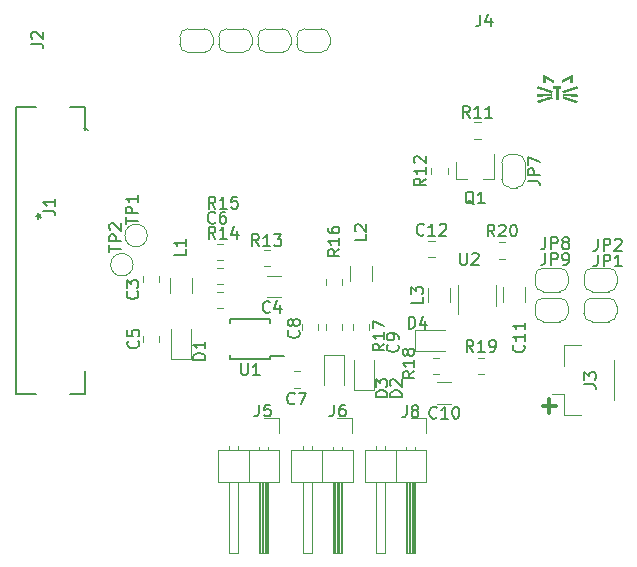
<source format=gbr>
G04 #@! TF.GenerationSoftware,KiCad,Pcbnew,(5.0.0)*
G04 #@! TF.CreationDate,2019-04-18T21:23:00-04:00*
G04 #@! TF.ProjectId,TouchscreenAdapter,546F75636873637265656E4164617074,rev?*
G04 #@! TF.SameCoordinates,Original*
G04 #@! TF.FileFunction,Legend,Top*
G04 #@! TF.FilePolarity,Positive*
%FSLAX46Y46*%
G04 Gerber Fmt 4.6, Leading zero omitted, Abs format (unit mm)*
G04 Created by KiCad (PCBNEW (5.0.0)) date 04/18/19 21:23:00*
%MOMM*%
%LPD*%
G01*
G04 APERTURE LIST*
%ADD10C,0.300000*%
%ADD11C,0.120000*%
%ADD12C,0.152400*%
%ADD13C,0.150000*%
%ADD14C,0.010000*%
G04 APERTURE END LIST*
D10*
X151638071Y-100564142D02*
X152780928Y-100564142D01*
X152209500Y-101135571D02*
X152209500Y-99992714D01*
D11*
G04 #@! TO.C,C3*
X119201000Y-89518748D02*
X119201000Y-90041252D01*
X117781000Y-89518748D02*
X117781000Y-90041252D01*
G04 #@! TO.C,C4*
X128266436Y-91334000D02*
X129470564Y-91334000D01*
X128266436Y-89514000D02*
X129470564Y-89514000D01*
G04 #@! TO.C,C5*
X119201000Y-94607748D02*
X119201000Y-95130252D01*
X117781000Y-94607748D02*
X117781000Y-95130252D01*
G04 #@! TO.C,C6*
X124080748Y-88825000D02*
X124603252Y-88825000D01*
X124080748Y-90245000D02*
X124603252Y-90245000D01*
G04 #@! TO.C,C7*
X131071252Y-97588000D02*
X130548748Y-97588000D01*
X131071252Y-99008000D02*
X130548748Y-99008000D01*
G04 #@! TO.C,C8*
X132663000Y-94123252D02*
X132663000Y-93600748D01*
X131243000Y-94123252D02*
X131243000Y-93600748D01*
G04 #@! TO.C,C9*
X135561000Y-94105252D02*
X135561000Y-93582748D01*
X136981000Y-94105252D02*
X136981000Y-93582748D01*
G04 #@! TO.C,C10*
X142690436Y-98531000D02*
X143894564Y-98531000D01*
X142690436Y-100351000D02*
X143894564Y-100351000D01*
G04 #@! TO.C,C11*
X150135000Y-90493436D02*
X150135000Y-91697564D01*
X148315000Y-90493436D02*
X148315000Y-91697564D01*
G04 #@! TO.C,C12*
X142492252Y-86539000D02*
X141969748Y-86539000D01*
X142492252Y-87959000D02*
X141969748Y-87959000D01*
G04 #@! TO.C,D1*
X120181000Y-96589000D02*
X121881000Y-96589000D01*
X121881000Y-96589000D02*
X121881000Y-94039000D01*
X120181000Y-96589000D02*
X120181000Y-94039000D01*
G04 #@! TO.C,D2*
X135675000Y-99197000D02*
X137375000Y-99197000D01*
X137375000Y-99197000D02*
X137375000Y-96647000D01*
X135675000Y-99197000D02*
X135675000Y-96647000D01*
G04 #@! TO.C,D3*
X134835000Y-96197000D02*
X134835000Y-98747000D01*
X133135000Y-96197000D02*
X133135000Y-98747000D01*
X134835000Y-96197000D02*
X133135000Y-96197000D01*
G04 #@! TO.C,D4*
X140867000Y-94146000D02*
X143417000Y-94146000D01*
X140867000Y-95846000D02*
X143417000Y-95846000D01*
X140867000Y-94146000D02*
X140867000Y-95846000D01*
D12*
G04 #@! TO.C,J1*
X108722160Y-75196700D02*
X107061000Y-75196700D01*
X111597440Y-99555300D02*
X112903000Y-99555300D01*
X107061000Y-99555300D02*
X108722160Y-99555300D01*
X107061000Y-75196700D02*
X107061000Y-99555300D01*
X112903000Y-75196700D02*
X111597440Y-75196700D01*
X112903000Y-99555300D02*
X112903000Y-97585738D01*
X112903000Y-77166259D02*
X112903000Y-75196700D01*
X112776000Y-76990999D02*
X113126520Y-77166259D01*
D11*
G04 #@! TO.C,J3*
X154870500Y-101346500D02*
X153420500Y-101346500D01*
X153420500Y-101346500D02*
X153420500Y-99546500D01*
X153420500Y-99546500D02*
X152430500Y-99546500D01*
X154870500Y-95376500D02*
X153420500Y-95376500D01*
X153420500Y-95376500D02*
X153420500Y-97176500D01*
X157690500Y-100076500D02*
X157690500Y-96646500D01*
G04 #@! TO.C,J5*
X129346000Y-104310000D02*
X124146000Y-104310000D01*
X124146000Y-104310000D02*
X124146000Y-106970000D01*
X124146000Y-106970000D02*
X129346000Y-106970000D01*
X129346000Y-106970000D02*
X129346000Y-104310000D01*
X128396000Y-106970000D02*
X128396000Y-112970000D01*
X128396000Y-112970000D02*
X127636000Y-112970000D01*
X127636000Y-112970000D02*
X127636000Y-106970000D01*
X128336000Y-106970000D02*
X128336000Y-112970000D01*
X128216000Y-106970000D02*
X128216000Y-112970000D01*
X128096000Y-106970000D02*
X128096000Y-112970000D01*
X127976000Y-106970000D02*
X127976000Y-112970000D01*
X127856000Y-106970000D02*
X127856000Y-112970000D01*
X127736000Y-106970000D02*
X127736000Y-112970000D01*
X128396000Y-103980000D02*
X128396000Y-104310000D01*
X127636000Y-103980000D02*
X127636000Y-104310000D01*
X126746000Y-104310000D02*
X126746000Y-106970000D01*
X125856000Y-106970000D02*
X125856000Y-112970000D01*
X125856000Y-112970000D02*
X125096000Y-112970000D01*
X125096000Y-112970000D02*
X125096000Y-106970000D01*
X125856000Y-103912929D02*
X125856000Y-104310000D01*
X125096000Y-103912929D02*
X125096000Y-104310000D01*
X128016000Y-101600000D02*
X129286000Y-101600000D01*
X129286000Y-101600000D02*
X129286000Y-102870000D01*
G04 #@! TO.C,J6*
X135509000Y-101600000D02*
X135509000Y-102870000D01*
X134239000Y-101600000D02*
X135509000Y-101600000D01*
X131319000Y-103912929D02*
X131319000Y-104310000D01*
X132079000Y-103912929D02*
X132079000Y-104310000D01*
X131319000Y-112970000D02*
X131319000Y-106970000D01*
X132079000Y-112970000D02*
X131319000Y-112970000D01*
X132079000Y-106970000D02*
X132079000Y-112970000D01*
X132969000Y-104310000D02*
X132969000Y-106970000D01*
X133859000Y-103980000D02*
X133859000Y-104310000D01*
X134619000Y-103980000D02*
X134619000Y-104310000D01*
X133959000Y-106970000D02*
X133959000Y-112970000D01*
X134079000Y-106970000D02*
X134079000Y-112970000D01*
X134199000Y-106970000D02*
X134199000Y-112970000D01*
X134319000Y-106970000D02*
X134319000Y-112970000D01*
X134439000Y-106970000D02*
X134439000Y-112970000D01*
X134559000Y-106970000D02*
X134559000Y-112970000D01*
X133859000Y-112970000D02*
X133859000Y-106970000D01*
X134619000Y-112970000D02*
X133859000Y-112970000D01*
X134619000Y-106970000D02*
X134619000Y-112970000D01*
X135569000Y-106970000D02*
X135569000Y-104310000D01*
X130369000Y-106970000D02*
X135569000Y-106970000D01*
X130369000Y-104310000D02*
X130369000Y-106970000D01*
X135569000Y-104310000D02*
X130369000Y-104310000D01*
G04 #@! TO.C,J8*
X141792000Y-104310000D02*
X136592000Y-104310000D01*
X136592000Y-104310000D02*
X136592000Y-106970000D01*
X136592000Y-106970000D02*
X141792000Y-106970000D01*
X141792000Y-106970000D02*
X141792000Y-104310000D01*
X140842000Y-106970000D02*
X140842000Y-112970000D01*
X140842000Y-112970000D02*
X140082000Y-112970000D01*
X140082000Y-112970000D02*
X140082000Y-106970000D01*
X140782000Y-106970000D02*
X140782000Y-112970000D01*
X140662000Y-106970000D02*
X140662000Y-112970000D01*
X140542000Y-106970000D02*
X140542000Y-112970000D01*
X140422000Y-106970000D02*
X140422000Y-112970000D01*
X140302000Y-106970000D02*
X140302000Y-112970000D01*
X140182000Y-106970000D02*
X140182000Y-112970000D01*
X140842000Y-103980000D02*
X140842000Y-104310000D01*
X140082000Y-103980000D02*
X140082000Y-104310000D01*
X139192000Y-104310000D02*
X139192000Y-106970000D01*
X138302000Y-106970000D02*
X138302000Y-112970000D01*
X138302000Y-112970000D02*
X137542000Y-112970000D01*
X137542000Y-112970000D02*
X137542000Y-106970000D01*
X138302000Y-103912929D02*
X138302000Y-104310000D01*
X137542000Y-103912929D02*
X137542000Y-104310000D01*
X140462000Y-101600000D02*
X141732000Y-101600000D01*
X141732000Y-101600000D02*
X141732000Y-102870000D01*
G04 #@! TO.C,JP1*
X157227500Y-91392500D02*
G75*
G02X157927500Y-92092500I0J-700000D01*
G01*
X157927500Y-92692500D02*
G75*
G02X157227500Y-93392500I-700000J0D01*
G01*
X155827500Y-93392500D02*
G75*
G02X155127500Y-92692500I0J700000D01*
G01*
X155127500Y-92092500D02*
G75*
G02X155827500Y-91392500I700000J0D01*
G01*
X155127500Y-92692500D02*
X155127500Y-92092500D01*
X157227500Y-93392500D02*
X155827500Y-93392500D01*
X157927500Y-92092500D02*
X157927500Y-92692500D01*
X155827500Y-91392500D02*
X157227500Y-91392500D01*
G04 #@! TO.C,JP3*
X132907000Y-70596000D02*
X131507000Y-70596000D01*
X130807000Y-69896000D02*
X130807000Y-69296000D01*
X131507000Y-68596000D02*
X132907000Y-68596000D01*
X133607000Y-69296000D02*
X133607000Y-69896000D01*
X133607000Y-69896000D02*
G75*
G02X132907000Y-70596000I-700000J0D01*
G01*
X132907000Y-68596000D02*
G75*
G02X133607000Y-69296000I0J-700000D01*
G01*
X130807000Y-69296000D02*
G75*
G02X131507000Y-68596000I700000J0D01*
G01*
X131507000Y-70596000D02*
G75*
G02X130807000Y-69896000I0J700000D01*
G01*
G04 #@! TO.C,JP4*
X124903000Y-70596000D02*
G75*
G02X124203000Y-69896000I0J700000D01*
G01*
X124203000Y-69296000D02*
G75*
G02X124903000Y-68596000I700000J0D01*
G01*
X126303000Y-68596000D02*
G75*
G02X127003000Y-69296000I0J-700000D01*
G01*
X127003000Y-69896000D02*
G75*
G02X126303000Y-70596000I-700000J0D01*
G01*
X127003000Y-69296000D02*
X127003000Y-69896000D01*
X124903000Y-68596000D02*
X126303000Y-68596000D01*
X124203000Y-69896000D02*
X124203000Y-69296000D01*
X126303000Y-70596000D02*
X124903000Y-70596000D01*
G04 #@! TO.C,JP5*
X129620000Y-70596000D02*
X128220000Y-70596000D01*
X127520000Y-69896000D02*
X127520000Y-69296000D01*
X128220000Y-68596000D02*
X129620000Y-68596000D01*
X130320000Y-69296000D02*
X130320000Y-69896000D01*
X130320000Y-69896000D02*
G75*
G02X129620000Y-70596000I-700000J0D01*
G01*
X129620000Y-68596000D02*
G75*
G02X130320000Y-69296000I0J-700000D01*
G01*
X127520000Y-69296000D02*
G75*
G02X128220000Y-68596000I700000J0D01*
G01*
X128220000Y-70596000D02*
G75*
G02X127520000Y-69896000I0J700000D01*
G01*
G04 #@! TO.C,JP6*
X121616000Y-70596000D02*
G75*
G02X120916000Y-69896000I0J700000D01*
G01*
X120916000Y-69296000D02*
G75*
G02X121616000Y-68596000I700000J0D01*
G01*
X123016000Y-68596000D02*
G75*
G02X123716000Y-69296000I0J-700000D01*
G01*
X123716000Y-69896000D02*
G75*
G02X123016000Y-70596000I-700000J0D01*
G01*
X123716000Y-69296000D02*
X123716000Y-69896000D01*
X121616000Y-68596000D02*
X123016000Y-68596000D01*
X120916000Y-69896000D02*
X120916000Y-69296000D01*
X123016000Y-70596000D02*
X121616000Y-70596000D01*
G04 #@! TO.C,JP9*
X151700000Y-93392500D02*
G75*
G02X151000000Y-92692500I0J700000D01*
G01*
X151000000Y-92092500D02*
G75*
G02X151700000Y-91392500I700000J0D01*
G01*
X153100000Y-91392500D02*
G75*
G02X153800000Y-92092500I0J-700000D01*
G01*
X153800000Y-92692500D02*
G75*
G02X153100000Y-93392500I-700000J0D01*
G01*
X153800000Y-92092500D02*
X153800000Y-92692500D01*
X151700000Y-91392500D02*
X153100000Y-91392500D01*
X151000000Y-92692500D02*
X151000000Y-92092500D01*
X153100000Y-93392500D02*
X151700000Y-93392500D01*
G04 #@! TO.C,L1*
X121941000Y-89731436D02*
X121941000Y-90935564D01*
X120121000Y-89731436D02*
X120121000Y-90935564D01*
G04 #@! TO.C,L2*
X137181000Y-89919564D02*
X137181000Y-88715436D01*
X135361000Y-89919564D02*
X135361000Y-88715436D01*
G04 #@! TO.C,L3*
X141965000Y-91751564D02*
X141965000Y-90547436D01*
X143785000Y-91751564D02*
X143785000Y-90547436D01*
G04 #@! TO.C,Q1*
X144343000Y-81341500D02*
X145273000Y-81341500D01*
X147503000Y-81341500D02*
X146573000Y-81341500D01*
X147503000Y-81341500D02*
X147503000Y-79181500D01*
X144343000Y-81341500D02*
X144343000Y-79881500D01*
G04 #@! TO.C,R11*
X146383752Y-77926000D02*
X145861248Y-77926000D01*
X146383752Y-76506000D02*
X145861248Y-76506000D01*
G04 #@! TO.C,R12*
X143648500Y-80906252D02*
X143648500Y-80383748D01*
X142228500Y-80906252D02*
X142228500Y-80383748D01*
G04 #@! TO.C,R13*
X128531252Y-88721000D02*
X128008748Y-88721000D01*
X128531252Y-87301000D02*
X128008748Y-87301000D01*
G04 #@! TO.C,R14*
X124071748Y-92277000D02*
X124594252Y-92277000D01*
X124071748Y-90857000D02*
X124594252Y-90857000D01*
G04 #@! TO.C,R15*
X124080748Y-86793000D02*
X124603252Y-86793000D01*
X124080748Y-88213000D02*
X124603252Y-88213000D01*
G04 #@! TO.C,R16*
X134695000Y-89772748D02*
X134695000Y-90295252D01*
X133275000Y-89772748D02*
X133275000Y-90295252D01*
G04 #@! TO.C,R17*
X134695000Y-94123252D02*
X134695000Y-93600748D01*
X133275000Y-94123252D02*
X133275000Y-93600748D01*
G04 #@! TO.C,R18*
X142359748Y-97865000D02*
X142882252Y-97865000D01*
X142359748Y-96445000D02*
X142882252Y-96445000D01*
G04 #@! TO.C,R19*
X146160748Y-96445000D02*
X146683252Y-96445000D01*
X146160748Y-97865000D02*
X146683252Y-97865000D01*
G04 #@! TO.C,R20*
X147947748Y-86666000D02*
X148470252Y-86666000D01*
X147947748Y-88086000D02*
X148470252Y-88086000D01*
G04 #@! TO.C,TP1*
X118171000Y-86106000D02*
G75*
G03X118171000Y-86106000I-950000J0D01*
G01*
G04 #@! TO.C,TP2*
X116964500Y-88582500D02*
G75*
G03X116964500Y-88582500I-950000J0D01*
G01*
D13*
G04 #@! TO.C,U1*
X128548000Y-96544000D02*
X128548000Y-96319000D01*
X125198000Y-96544000D02*
X125198000Y-96244000D01*
X125198000Y-93194000D02*
X125198000Y-93494000D01*
X128548000Y-93194000D02*
X128548000Y-93494000D01*
X128548000Y-96544000D02*
X125198000Y-96544000D01*
X128548000Y-93194000D02*
X125198000Y-93194000D01*
X128548000Y-96319000D02*
X129773000Y-96319000D01*
D11*
G04 #@! TO.C,U2*
X147660000Y-92086000D02*
X147660000Y-90286000D01*
X144440000Y-90286000D02*
X144440000Y-92736000D01*
G04 #@! TO.C,JP2*
X157242500Y-88852500D02*
G75*
G02X157942500Y-89552500I0J-700000D01*
G01*
X157942500Y-90152500D02*
G75*
G02X157242500Y-90852500I-700000J0D01*
G01*
X155842500Y-90852500D02*
G75*
G02X155142500Y-90152500I0J700000D01*
G01*
X155142500Y-89552500D02*
G75*
G02X155842500Y-88852500I700000J0D01*
G01*
X155142500Y-90152500D02*
X155142500Y-89552500D01*
X157242500Y-90852500D02*
X155842500Y-90852500D01*
X157942500Y-89552500D02*
X157942500Y-90152500D01*
X155842500Y-88852500D02*
X157242500Y-88852500D01*
G04 #@! TO.C,JP8*
X153100000Y-88852500D02*
G75*
G02X153800000Y-89552500I0J-700000D01*
G01*
X153800000Y-90152500D02*
G75*
G02X153100000Y-90852500I-700000J0D01*
G01*
X151700000Y-90852500D02*
G75*
G02X151000000Y-90152500I0J700000D01*
G01*
X151000000Y-89552500D02*
G75*
G02X151700000Y-88852500I700000J0D01*
G01*
X151000000Y-90152500D02*
X151000000Y-89552500D01*
X153100000Y-90852500D02*
X151700000Y-90852500D01*
X153800000Y-89552500D02*
X153800000Y-90152500D01*
X151700000Y-88852500D02*
X153100000Y-88852500D01*
G04 #@! TO.C,JP7*
X150161500Y-81345000D02*
G75*
G02X149461500Y-82045000I-700000J0D01*
G01*
X148861500Y-82045000D02*
G75*
G02X148161500Y-81345000I0J700000D01*
G01*
X148161500Y-79945000D02*
G75*
G02X148861500Y-79245000I700000J0D01*
G01*
X149461500Y-79245000D02*
G75*
G02X150161500Y-79945000I0J-700000D01*
G01*
X148861500Y-79245000D02*
X149461500Y-79245000D01*
X148161500Y-81345000D02*
X148161500Y-79945000D01*
X149461500Y-82045000D02*
X148861500Y-82045000D01*
X150161500Y-79945000D02*
X150161500Y-81345000D01*
D14*
G04 #@! TO.C,G\002A\002A\002A*
G36*
X154102181Y-72503735D02*
X154102216Y-72511971D01*
X154102144Y-72525102D01*
X154101969Y-72542754D01*
X154101698Y-72564553D01*
X154101335Y-72590125D01*
X154100886Y-72619095D01*
X154100357Y-72651091D01*
X154099754Y-72685738D01*
X154099081Y-72722661D01*
X154098345Y-72761487D01*
X154097707Y-72793965D01*
X154096901Y-72834738D01*
X154096129Y-72874379D01*
X154095397Y-72912466D01*
X154094714Y-72948575D01*
X154094087Y-72982286D01*
X154093524Y-73013175D01*
X154093033Y-73040820D01*
X154092621Y-73064800D01*
X154092296Y-73084692D01*
X154092065Y-73100073D01*
X154091936Y-73110521D01*
X154091911Y-73114606D01*
X154091923Y-73143534D01*
X153969946Y-73143534D01*
X153971701Y-73086384D01*
X153972252Y-73067263D01*
X153972831Y-73045040D01*
X153973427Y-73020256D01*
X153974031Y-72993452D01*
X153974635Y-72965169D01*
X153975228Y-72935949D01*
X153975801Y-72906331D01*
X153976344Y-72876859D01*
X153976849Y-72848071D01*
X153977306Y-72820510D01*
X153977705Y-72794716D01*
X153978036Y-72771231D01*
X153978291Y-72750595D01*
X153978460Y-72733350D01*
X153978534Y-72720037D01*
X153978502Y-72711196D01*
X153978356Y-72707370D01*
X153978321Y-72707258D01*
X153975750Y-72708451D01*
X153968531Y-72712231D01*
X153956948Y-72718439D01*
X153941288Y-72726921D01*
X153921835Y-72737519D01*
X153898874Y-72750077D01*
X153872690Y-72764439D01*
X153843569Y-72780447D01*
X153811796Y-72797946D01*
X153777656Y-72816779D01*
X153741434Y-72836789D01*
X153703415Y-72857820D01*
X153663885Y-72879716D01*
X153642917Y-72891341D01*
X153602651Y-72913663D01*
X153563710Y-72935232D01*
X153526384Y-72955889D01*
X153490961Y-72975475D01*
X153457729Y-72993831D01*
X153426977Y-73010798D01*
X153398994Y-73026217D01*
X153374068Y-73039929D01*
X153352488Y-73051775D01*
X153334543Y-73061596D01*
X153320521Y-73069234D01*
X153310711Y-73074528D01*
X153305401Y-73077320D01*
X153304523Y-73077729D01*
X153301859Y-73076247D01*
X153297426Y-73070702D01*
X153291051Y-73060828D01*
X153282559Y-73046358D01*
X153273478Y-73030122D01*
X153265170Y-73014890D01*
X153257839Y-73001160D01*
X153251918Y-72989764D01*
X153247837Y-72981537D01*
X153246029Y-72977310D01*
X153245986Y-72977121D01*
X153247647Y-72975294D01*
X153253000Y-72971531D01*
X153262181Y-72965753D01*
X153275327Y-72957883D01*
X153292575Y-72947842D01*
X153314062Y-72935550D01*
X153339926Y-72920929D01*
X153370302Y-72903901D01*
X153405328Y-72884386D01*
X153445140Y-72862306D01*
X153460475Y-72853823D01*
X153499784Y-72832085D01*
X153542914Y-72808225D01*
X153588844Y-72782809D01*
X153636554Y-72756402D01*
X153685022Y-72729569D01*
X153733228Y-72702876D01*
X153780149Y-72676889D01*
X153824764Y-72652172D01*
X153866053Y-72629290D01*
X153888097Y-72617071D01*
X153920033Y-72599391D01*
X153950548Y-72582549D01*
X153979281Y-72566741D01*
X154005875Y-72552161D01*
X154029970Y-72539004D01*
X154051207Y-72527467D01*
X154069227Y-72517743D01*
X154083671Y-72510028D01*
X154094180Y-72504517D01*
X154100396Y-72501405D01*
X154102032Y-72500769D01*
X154102181Y-72503735D01*
X154102181Y-72503735D01*
G37*
X154102181Y-72503735D02*
X154102216Y-72511971D01*
X154102144Y-72525102D01*
X154101969Y-72542754D01*
X154101698Y-72564553D01*
X154101335Y-72590125D01*
X154100886Y-72619095D01*
X154100357Y-72651091D01*
X154099754Y-72685738D01*
X154099081Y-72722661D01*
X154098345Y-72761487D01*
X154097707Y-72793965D01*
X154096901Y-72834738D01*
X154096129Y-72874379D01*
X154095397Y-72912466D01*
X154094714Y-72948575D01*
X154094087Y-72982286D01*
X154093524Y-73013175D01*
X154093033Y-73040820D01*
X154092621Y-73064800D01*
X154092296Y-73084692D01*
X154092065Y-73100073D01*
X154091936Y-73110521D01*
X154091911Y-73114606D01*
X154091923Y-73143534D01*
X153969946Y-73143534D01*
X153971701Y-73086384D01*
X153972252Y-73067263D01*
X153972831Y-73045040D01*
X153973427Y-73020256D01*
X153974031Y-72993452D01*
X153974635Y-72965169D01*
X153975228Y-72935949D01*
X153975801Y-72906331D01*
X153976344Y-72876859D01*
X153976849Y-72848071D01*
X153977306Y-72820510D01*
X153977705Y-72794716D01*
X153978036Y-72771231D01*
X153978291Y-72750595D01*
X153978460Y-72733350D01*
X153978534Y-72720037D01*
X153978502Y-72711196D01*
X153978356Y-72707370D01*
X153978321Y-72707258D01*
X153975750Y-72708451D01*
X153968531Y-72712231D01*
X153956948Y-72718439D01*
X153941288Y-72726921D01*
X153921835Y-72737519D01*
X153898874Y-72750077D01*
X153872690Y-72764439D01*
X153843569Y-72780447D01*
X153811796Y-72797946D01*
X153777656Y-72816779D01*
X153741434Y-72836789D01*
X153703415Y-72857820D01*
X153663885Y-72879716D01*
X153642917Y-72891341D01*
X153602651Y-72913663D01*
X153563710Y-72935232D01*
X153526384Y-72955889D01*
X153490961Y-72975475D01*
X153457729Y-72993831D01*
X153426977Y-73010798D01*
X153398994Y-73026217D01*
X153374068Y-73039929D01*
X153352488Y-73051775D01*
X153334543Y-73061596D01*
X153320521Y-73069234D01*
X153310711Y-73074528D01*
X153305401Y-73077320D01*
X153304523Y-73077729D01*
X153301859Y-73076247D01*
X153297426Y-73070702D01*
X153291051Y-73060828D01*
X153282559Y-73046358D01*
X153273478Y-73030122D01*
X153265170Y-73014890D01*
X153257839Y-73001160D01*
X153251918Y-72989764D01*
X153247837Y-72981537D01*
X153246029Y-72977310D01*
X153245986Y-72977121D01*
X153247647Y-72975294D01*
X153253000Y-72971531D01*
X153262181Y-72965753D01*
X153275327Y-72957883D01*
X153292575Y-72947842D01*
X153314062Y-72935550D01*
X153339926Y-72920929D01*
X153370302Y-72903901D01*
X153405328Y-72884386D01*
X153445140Y-72862306D01*
X153460475Y-72853823D01*
X153499784Y-72832085D01*
X153542914Y-72808225D01*
X153588844Y-72782809D01*
X153636554Y-72756402D01*
X153685022Y-72729569D01*
X153733228Y-72702876D01*
X153780149Y-72676889D01*
X153824764Y-72652172D01*
X153866053Y-72629290D01*
X153888097Y-72617071D01*
X153920033Y-72599391D01*
X153950548Y-72582549D01*
X153979281Y-72566741D01*
X154005875Y-72552161D01*
X154029970Y-72539004D01*
X154051207Y-72527467D01*
X154069227Y-72517743D01*
X154083671Y-72510028D01*
X154094180Y-72504517D01*
X154100396Y-72501405D01*
X154102032Y-72500769D01*
X154102181Y-72503735D01*
G36*
X151682708Y-72501914D02*
X151689927Y-72505598D01*
X151701399Y-72511656D01*
X151716782Y-72519905D01*
X151735736Y-72530158D01*
X151757923Y-72542231D01*
X151783001Y-72555938D01*
X151810630Y-72571094D01*
X151840472Y-72587515D01*
X151872185Y-72605014D01*
X151905429Y-72623407D01*
X151918027Y-72630388D01*
X151957528Y-72652287D01*
X151999737Y-72675678D01*
X152043831Y-72700106D01*
X152088988Y-72725116D01*
X152134387Y-72750254D01*
X152179206Y-72775064D01*
X152222624Y-72799092D01*
X152263818Y-72821882D01*
X152301968Y-72842981D01*
X152336250Y-72861932D01*
X152345676Y-72867141D01*
X152381939Y-72887200D01*
X152413531Y-72904731D01*
X152440739Y-72919900D01*
X152463849Y-72932875D01*
X152483150Y-72943823D01*
X152498929Y-72952911D01*
X152511473Y-72960307D01*
X152521068Y-72966178D01*
X152528004Y-72970692D01*
X152532566Y-72974016D01*
X152535042Y-72976317D01*
X152535719Y-72977762D01*
X152535705Y-72977841D01*
X152534022Y-72981810D01*
X152530037Y-72989853D01*
X152524197Y-73001112D01*
X152516945Y-73014731D01*
X152508729Y-73029852D01*
X152508185Y-73030842D01*
X152497852Y-73049306D01*
X152489772Y-73062943D01*
X152483771Y-73072022D01*
X152479672Y-73076812D01*
X152477611Y-73077729D01*
X152474675Y-73076255D01*
X152467093Y-73072200D01*
X152455154Y-73065722D01*
X152439146Y-73056979D01*
X152419359Y-73046132D01*
X152396080Y-73033339D01*
X152369599Y-73018759D01*
X152340204Y-73002551D01*
X152308184Y-72984874D01*
X152273827Y-72965887D01*
X152237422Y-72945749D01*
X152199258Y-72924618D01*
X152159623Y-72902655D01*
X152139217Y-72891341D01*
X152099016Y-72869059D01*
X152060178Y-72847561D01*
X152022989Y-72827004D01*
X151987734Y-72807543D01*
X151954698Y-72789335D01*
X151924167Y-72772537D01*
X151896425Y-72757305D01*
X151871758Y-72743796D01*
X151850451Y-72732166D01*
X151832789Y-72722571D01*
X151819057Y-72715168D01*
X151809540Y-72710114D01*
X151804524Y-72707566D01*
X151803789Y-72707282D01*
X151803622Y-72710241D01*
X151803570Y-72718303D01*
X151803625Y-72730925D01*
X151803777Y-72747567D01*
X151804016Y-72767687D01*
X151804333Y-72790745D01*
X151804720Y-72816198D01*
X151805165Y-72843506D01*
X151805660Y-72872128D01*
X151806196Y-72901522D01*
X151806762Y-72931147D01*
X151807350Y-72960462D01*
X151807951Y-72988926D01*
X151808554Y-73015998D01*
X151809150Y-73041136D01*
X151809730Y-73063800D01*
X151810284Y-73083447D01*
X151810417Y-73087795D01*
X151812147Y-73143534D01*
X151690211Y-73143534D01*
X151690221Y-73114606D01*
X151690166Y-73107769D01*
X151690003Y-73095711D01*
X151689740Y-73078854D01*
X151689385Y-73057621D01*
X151688945Y-73032434D01*
X151688428Y-73003715D01*
X151687842Y-72971886D01*
X151687194Y-72937370D01*
X151686492Y-72900589D01*
X151685744Y-72861965D01*
X151684957Y-72821920D01*
X151684402Y-72793988D01*
X151683615Y-72753899D01*
X151682889Y-72715411D01*
X151682227Y-72678898D01*
X151681637Y-72644733D01*
X151681123Y-72613291D01*
X151680690Y-72584946D01*
X151680345Y-72560071D01*
X151680093Y-72539042D01*
X151679939Y-72522232D01*
X151679889Y-72510014D01*
X151679949Y-72502764D01*
X151680080Y-72500791D01*
X151682708Y-72501914D01*
X151682708Y-72501914D01*
G37*
X151682708Y-72501914D02*
X151689927Y-72505598D01*
X151701399Y-72511656D01*
X151716782Y-72519905D01*
X151735736Y-72530158D01*
X151757923Y-72542231D01*
X151783001Y-72555938D01*
X151810630Y-72571094D01*
X151840472Y-72587515D01*
X151872185Y-72605014D01*
X151905429Y-72623407D01*
X151918027Y-72630388D01*
X151957528Y-72652287D01*
X151999737Y-72675678D01*
X152043831Y-72700106D01*
X152088988Y-72725116D01*
X152134387Y-72750254D01*
X152179206Y-72775064D01*
X152222624Y-72799092D01*
X152263818Y-72821882D01*
X152301968Y-72842981D01*
X152336250Y-72861932D01*
X152345676Y-72867141D01*
X152381939Y-72887200D01*
X152413531Y-72904731D01*
X152440739Y-72919900D01*
X152463849Y-72932875D01*
X152483150Y-72943823D01*
X152498929Y-72952911D01*
X152511473Y-72960307D01*
X152521068Y-72966178D01*
X152528004Y-72970692D01*
X152532566Y-72974016D01*
X152535042Y-72976317D01*
X152535719Y-72977762D01*
X152535705Y-72977841D01*
X152534022Y-72981810D01*
X152530037Y-72989853D01*
X152524197Y-73001112D01*
X152516945Y-73014731D01*
X152508729Y-73029852D01*
X152508185Y-73030842D01*
X152497852Y-73049306D01*
X152489772Y-73062943D01*
X152483771Y-73072022D01*
X152479672Y-73076812D01*
X152477611Y-73077729D01*
X152474675Y-73076255D01*
X152467093Y-73072200D01*
X152455154Y-73065722D01*
X152439146Y-73056979D01*
X152419359Y-73046132D01*
X152396080Y-73033339D01*
X152369599Y-73018759D01*
X152340204Y-73002551D01*
X152308184Y-72984874D01*
X152273827Y-72965887D01*
X152237422Y-72945749D01*
X152199258Y-72924618D01*
X152159623Y-72902655D01*
X152139217Y-72891341D01*
X152099016Y-72869059D01*
X152060178Y-72847561D01*
X152022989Y-72827004D01*
X151987734Y-72807543D01*
X151954698Y-72789335D01*
X151924167Y-72772537D01*
X151896425Y-72757305D01*
X151871758Y-72743796D01*
X151850451Y-72732166D01*
X151832789Y-72722571D01*
X151819057Y-72715168D01*
X151809540Y-72710114D01*
X151804524Y-72707566D01*
X151803789Y-72707282D01*
X151803622Y-72710241D01*
X151803570Y-72718303D01*
X151803625Y-72730925D01*
X151803777Y-72747567D01*
X151804016Y-72767687D01*
X151804333Y-72790745D01*
X151804720Y-72816198D01*
X151805165Y-72843506D01*
X151805660Y-72872128D01*
X151806196Y-72901522D01*
X151806762Y-72931147D01*
X151807350Y-72960462D01*
X151807951Y-72988926D01*
X151808554Y-73015998D01*
X151809150Y-73041136D01*
X151809730Y-73063800D01*
X151810284Y-73083447D01*
X151810417Y-73087795D01*
X151812147Y-73143534D01*
X151690211Y-73143534D01*
X151690221Y-73114606D01*
X151690166Y-73107769D01*
X151690003Y-73095711D01*
X151689740Y-73078854D01*
X151689385Y-73057621D01*
X151688945Y-73032434D01*
X151688428Y-73003715D01*
X151687842Y-72971886D01*
X151687194Y-72937370D01*
X151686492Y-72900589D01*
X151685744Y-72861965D01*
X151684957Y-72821920D01*
X151684402Y-72793988D01*
X151683615Y-72753899D01*
X151682889Y-72715411D01*
X151682227Y-72678898D01*
X151681637Y-72644733D01*
X151681123Y-72613291D01*
X151680690Y-72584946D01*
X151680345Y-72560071D01*
X151680093Y-72539042D01*
X151679939Y-72522232D01*
X151679889Y-72510014D01*
X151679949Y-72502764D01*
X151680080Y-72500791D01*
X151682708Y-72501914D01*
G36*
X151226263Y-73477411D02*
X151234199Y-73479911D01*
X151246904Y-73483961D01*
X151264082Y-73489464D01*
X151285434Y-73496323D01*
X151310663Y-73504443D01*
X151339472Y-73513726D01*
X151371563Y-73524077D01*
X151406640Y-73535400D01*
X151444404Y-73547597D01*
X151484558Y-73560573D01*
X151526804Y-73574231D01*
X151570846Y-73588475D01*
X151616387Y-73603208D01*
X151663127Y-73618335D01*
X151710771Y-73633758D01*
X151759021Y-73649382D01*
X151807579Y-73665110D01*
X151856148Y-73680846D01*
X151904431Y-73696494D01*
X151952130Y-73711956D01*
X151998948Y-73727138D01*
X152044587Y-73741941D01*
X152088751Y-73756271D01*
X152131141Y-73770031D01*
X152171460Y-73783124D01*
X152209411Y-73795454D01*
X152244697Y-73806925D01*
X152277019Y-73817441D01*
X152306081Y-73826904D01*
X152331586Y-73835219D01*
X152353235Y-73842290D01*
X152370732Y-73848020D01*
X152383779Y-73852312D01*
X152392079Y-73855071D01*
X152395334Y-73856199D01*
X152395370Y-73856219D01*
X152394989Y-73859183D01*
X152393119Y-73866509D01*
X152390064Y-73877234D01*
X152386127Y-73890401D01*
X152381613Y-73905047D01*
X152376825Y-73920214D01*
X152372066Y-73934940D01*
X152367642Y-73948267D01*
X152363854Y-73959233D01*
X152361008Y-73966879D01*
X152359406Y-73970244D01*
X152359275Y-73970321D01*
X152356476Y-73969453D01*
X152348551Y-73966926D01*
X152335745Y-73962818D01*
X152318301Y-73957208D01*
X152296465Y-73950176D01*
X152270480Y-73941800D01*
X152240590Y-73932159D01*
X152207041Y-73921332D01*
X152170076Y-73909398D01*
X152129940Y-73896435D01*
X152086876Y-73882523D01*
X152041130Y-73867740D01*
X151992945Y-73852166D01*
X151942567Y-73835879D01*
X151890238Y-73818957D01*
X151836204Y-73801481D01*
X151780709Y-73783528D01*
X151772056Y-73780729D01*
X151716371Y-73762712D01*
X151662118Y-73745157D01*
X151609541Y-73728144D01*
X151558883Y-73711750D01*
X151510389Y-73696055D01*
X151464302Y-73681139D01*
X151420866Y-73667079D01*
X151380324Y-73653954D01*
X151342921Y-73641845D01*
X151308900Y-73630829D01*
X151278505Y-73620985D01*
X151251980Y-73612393D01*
X151229568Y-73605131D01*
X151211513Y-73599278D01*
X151198059Y-73594913D01*
X151189450Y-73592116D01*
X151185929Y-73590964D01*
X151185854Y-73590938D01*
X151186396Y-73588252D01*
X151188445Y-73581174D01*
X151191689Y-73570655D01*
X151195817Y-73557646D01*
X151200516Y-73543098D01*
X151205475Y-73527962D01*
X151210380Y-73513189D01*
X151214921Y-73499730D01*
X151218785Y-73488536D01*
X151221659Y-73480558D01*
X151223232Y-73476747D01*
X151223393Y-73476556D01*
X151226263Y-73477411D01*
X151226263Y-73477411D01*
G37*
X151226263Y-73477411D02*
X151234199Y-73479911D01*
X151246904Y-73483961D01*
X151264082Y-73489464D01*
X151285434Y-73496323D01*
X151310663Y-73504443D01*
X151339472Y-73513726D01*
X151371563Y-73524077D01*
X151406640Y-73535400D01*
X151444404Y-73547597D01*
X151484558Y-73560573D01*
X151526804Y-73574231D01*
X151570846Y-73588475D01*
X151616387Y-73603208D01*
X151663127Y-73618335D01*
X151710771Y-73633758D01*
X151759021Y-73649382D01*
X151807579Y-73665110D01*
X151856148Y-73680846D01*
X151904431Y-73696494D01*
X151952130Y-73711956D01*
X151998948Y-73727138D01*
X152044587Y-73741941D01*
X152088751Y-73756271D01*
X152131141Y-73770031D01*
X152171460Y-73783124D01*
X152209411Y-73795454D01*
X152244697Y-73806925D01*
X152277019Y-73817441D01*
X152306081Y-73826904D01*
X152331586Y-73835219D01*
X152353235Y-73842290D01*
X152370732Y-73848020D01*
X152383779Y-73852312D01*
X152392079Y-73855071D01*
X152395334Y-73856199D01*
X152395370Y-73856219D01*
X152394989Y-73859183D01*
X152393119Y-73866509D01*
X152390064Y-73877234D01*
X152386127Y-73890401D01*
X152381613Y-73905047D01*
X152376825Y-73920214D01*
X152372066Y-73934940D01*
X152367642Y-73948267D01*
X152363854Y-73959233D01*
X152361008Y-73966879D01*
X152359406Y-73970244D01*
X152359275Y-73970321D01*
X152356476Y-73969453D01*
X152348551Y-73966926D01*
X152335745Y-73962818D01*
X152318301Y-73957208D01*
X152296465Y-73950176D01*
X152270480Y-73941800D01*
X152240590Y-73932159D01*
X152207041Y-73921332D01*
X152170076Y-73909398D01*
X152129940Y-73896435D01*
X152086876Y-73882523D01*
X152041130Y-73867740D01*
X151992945Y-73852166D01*
X151942567Y-73835879D01*
X151890238Y-73818957D01*
X151836204Y-73801481D01*
X151780709Y-73783528D01*
X151772056Y-73780729D01*
X151716371Y-73762712D01*
X151662118Y-73745157D01*
X151609541Y-73728144D01*
X151558883Y-73711750D01*
X151510389Y-73696055D01*
X151464302Y-73681139D01*
X151420866Y-73667079D01*
X151380324Y-73653954D01*
X151342921Y-73641845D01*
X151308900Y-73630829D01*
X151278505Y-73620985D01*
X151251980Y-73612393D01*
X151229568Y-73605131D01*
X151211513Y-73599278D01*
X151198059Y-73594913D01*
X151189450Y-73592116D01*
X151185929Y-73590964D01*
X151185854Y-73590938D01*
X151186396Y-73588252D01*
X151188445Y-73581174D01*
X151191689Y-73570655D01*
X151195817Y-73557646D01*
X151200516Y-73543098D01*
X151205475Y-73527962D01*
X151210380Y-73513189D01*
X151214921Y-73499730D01*
X151218785Y-73488536D01*
X151221659Y-73480558D01*
X151223232Y-73476747D01*
X151223393Y-73476556D01*
X151226263Y-73477411D01*
G36*
X154494605Y-73486008D02*
X154496234Y-73489392D01*
X154499097Y-73497071D01*
X154502886Y-73508069D01*
X154507295Y-73521409D01*
X154512019Y-73536117D01*
X154516750Y-73551215D01*
X154521183Y-73565729D01*
X154525011Y-73578681D01*
X154527928Y-73589097D01*
X154529628Y-73595999D01*
X154529872Y-73598394D01*
X154527116Y-73599366D01*
X154519288Y-73601978D01*
X154506685Y-73606135D01*
X154489605Y-73611739D01*
X154468346Y-73618694D01*
X154443206Y-73626904D01*
X154414483Y-73636271D01*
X154382475Y-73646700D01*
X154347479Y-73658093D01*
X154309794Y-73670354D01*
X154269717Y-73683386D01*
X154227546Y-73697093D01*
X154183579Y-73711378D01*
X154138114Y-73726144D01*
X154091449Y-73741296D01*
X154043882Y-73756735D01*
X153995709Y-73772366D01*
X153947231Y-73788092D01*
X153898743Y-73803817D01*
X153850545Y-73819443D01*
X153802933Y-73834874D01*
X153756206Y-73850014D01*
X153710662Y-73864766D01*
X153666599Y-73879033D01*
X153624314Y-73892719D01*
X153584105Y-73905726D01*
X153546270Y-73917959D01*
X153511108Y-73929321D01*
X153478915Y-73939715D01*
X153449990Y-73949045D01*
X153424630Y-73957214D01*
X153403134Y-73964125D01*
X153385800Y-73969681D01*
X153372924Y-73973787D01*
X153364806Y-73976345D01*
X153362378Y-73977087D01*
X153360358Y-73977232D01*
X153358403Y-73975977D01*
X153356231Y-73972674D01*
X153353562Y-73966677D01*
X153350113Y-73957340D01*
X153345603Y-73944017D01*
X153339750Y-73926061D01*
X153338579Y-73922430D01*
X153333240Y-73905597D01*
X153328662Y-73890632D01*
X153325079Y-73878345D01*
X153322723Y-73869546D01*
X153321831Y-73865046D01*
X153321888Y-73864650D01*
X153324746Y-73863577D01*
X153332671Y-73860878D01*
X153345364Y-73856647D01*
X153362528Y-73850981D01*
X153383867Y-73843976D01*
X153409082Y-73835728D01*
X153437878Y-73826332D01*
X153469956Y-73815885D01*
X153505020Y-73804482D01*
X153542772Y-73792220D01*
X153582916Y-73779194D01*
X153625154Y-73765501D01*
X153669189Y-73751236D01*
X153714724Y-73736495D01*
X153761462Y-73721374D01*
X153809105Y-73705970D01*
X153857357Y-73690377D01*
X153905920Y-73674692D01*
X153954497Y-73659012D01*
X154002792Y-73643431D01*
X154050506Y-73628046D01*
X154097343Y-73612953D01*
X154143006Y-73598247D01*
X154187197Y-73584025D01*
X154229620Y-73570383D01*
X154269977Y-73557416D01*
X154307971Y-73545220D01*
X154343305Y-73533892D01*
X154375681Y-73523528D01*
X154404803Y-73514222D01*
X154430374Y-73506072D01*
X154452096Y-73499173D01*
X154469672Y-73493621D01*
X154482806Y-73489512D01*
X154491199Y-73486942D01*
X154494555Y-73486007D01*
X154494605Y-73486008D01*
X154494605Y-73486008D01*
G37*
X154494605Y-73486008D02*
X154496234Y-73489392D01*
X154499097Y-73497071D01*
X154502886Y-73508069D01*
X154507295Y-73521409D01*
X154512019Y-73536117D01*
X154516750Y-73551215D01*
X154521183Y-73565729D01*
X154525011Y-73578681D01*
X154527928Y-73589097D01*
X154529628Y-73595999D01*
X154529872Y-73598394D01*
X154527116Y-73599366D01*
X154519288Y-73601978D01*
X154506685Y-73606135D01*
X154489605Y-73611739D01*
X154468346Y-73618694D01*
X154443206Y-73626904D01*
X154414483Y-73636271D01*
X154382475Y-73646700D01*
X154347479Y-73658093D01*
X154309794Y-73670354D01*
X154269717Y-73683386D01*
X154227546Y-73697093D01*
X154183579Y-73711378D01*
X154138114Y-73726144D01*
X154091449Y-73741296D01*
X154043882Y-73756735D01*
X153995709Y-73772366D01*
X153947231Y-73788092D01*
X153898743Y-73803817D01*
X153850545Y-73819443D01*
X153802933Y-73834874D01*
X153756206Y-73850014D01*
X153710662Y-73864766D01*
X153666599Y-73879033D01*
X153624314Y-73892719D01*
X153584105Y-73905726D01*
X153546270Y-73917959D01*
X153511108Y-73929321D01*
X153478915Y-73939715D01*
X153449990Y-73949045D01*
X153424630Y-73957214D01*
X153403134Y-73964125D01*
X153385800Y-73969681D01*
X153372924Y-73973787D01*
X153364806Y-73976345D01*
X153362378Y-73977087D01*
X153360358Y-73977232D01*
X153358403Y-73975977D01*
X153356231Y-73972674D01*
X153353562Y-73966677D01*
X153350113Y-73957340D01*
X153345603Y-73944017D01*
X153339750Y-73926061D01*
X153338579Y-73922430D01*
X153333240Y-73905597D01*
X153328662Y-73890632D01*
X153325079Y-73878345D01*
X153322723Y-73869546D01*
X153321831Y-73865046D01*
X153321888Y-73864650D01*
X153324746Y-73863577D01*
X153332671Y-73860878D01*
X153345364Y-73856647D01*
X153362528Y-73850981D01*
X153383867Y-73843976D01*
X153409082Y-73835728D01*
X153437878Y-73826332D01*
X153469956Y-73815885D01*
X153505020Y-73804482D01*
X153542772Y-73792220D01*
X153582916Y-73779194D01*
X153625154Y-73765501D01*
X153669189Y-73751236D01*
X153714724Y-73736495D01*
X153761462Y-73721374D01*
X153809105Y-73705970D01*
X153857357Y-73690377D01*
X153905920Y-73674692D01*
X153954497Y-73659012D01*
X154002792Y-73643431D01*
X154050506Y-73628046D01*
X154097343Y-73612953D01*
X154143006Y-73598247D01*
X154187197Y-73584025D01*
X154229620Y-73570383D01*
X154269977Y-73557416D01*
X154307971Y-73545220D01*
X154343305Y-73533892D01*
X154375681Y-73523528D01*
X154404803Y-73514222D01*
X154430374Y-73506072D01*
X154452096Y-73499173D01*
X154469672Y-73493621D01*
X154482806Y-73489512D01*
X154491199Y-73486942D01*
X154494555Y-73486007D01*
X154494605Y-73486008D01*
G36*
X152358182Y-74086814D02*
X152358942Y-74094427D01*
X152359886Y-74105626D01*
X152360945Y-74119389D01*
X152362049Y-74134693D01*
X152363127Y-74150515D01*
X152364111Y-74165831D01*
X152364930Y-74179619D01*
X152365515Y-74190855D01*
X152365796Y-74198517D01*
X152365703Y-74201581D01*
X152365702Y-74201583D01*
X152362852Y-74201881D01*
X152354686Y-74202537D01*
X152341520Y-74203531D01*
X152323671Y-74204840D01*
X152301455Y-74206443D01*
X152275186Y-74208318D01*
X152245182Y-74210444D01*
X152211758Y-74212798D01*
X152175230Y-74215359D01*
X152135914Y-74218106D01*
X152094126Y-74221016D01*
X152050183Y-74224068D01*
X152004399Y-74227241D01*
X151957091Y-74230512D01*
X151908576Y-74233860D01*
X151859168Y-74237264D01*
X151809184Y-74240701D01*
X151758941Y-74244150D01*
X151708753Y-74247589D01*
X151658937Y-74250997D01*
X151609808Y-74254351D01*
X151561684Y-74257631D01*
X151514879Y-74260814D01*
X151469710Y-74263879D01*
X151426493Y-74266804D01*
X151385543Y-74269568D01*
X151347177Y-74272148D01*
X151311711Y-74274524D01*
X151279460Y-74276672D01*
X151250741Y-74278573D01*
X151225869Y-74280203D01*
X151205161Y-74281542D01*
X151188932Y-74282568D01*
X151177499Y-74283258D01*
X151171177Y-74283592D01*
X151170217Y-74283621D01*
X151162132Y-74283479D01*
X151158178Y-74282234D01*
X151156842Y-74278873D01*
X151156651Y-74274539D01*
X151156392Y-74268739D01*
X151155774Y-74258447D01*
X151154873Y-74244799D01*
X151153762Y-74228930D01*
X151152816Y-74215978D01*
X151151654Y-74199952D01*
X151150703Y-74186018D01*
X151150020Y-74175093D01*
X151149662Y-74168092D01*
X151149660Y-74165907D01*
X151152497Y-74165625D01*
X151160652Y-74164986D01*
X151173810Y-74164013D01*
X151191657Y-74162726D01*
X151213879Y-74161147D01*
X151240160Y-74159297D01*
X151270188Y-74157197D01*
X151303647Y-74154870D01*
X151340224Y-74152336D01*
X151379603Y-74149616D01*
X151421471Y-74146733D01*
X151465514Y-74143707D01*
X151511416Y-74140559D01*
X151558864Y-74137312D01*
X151607544Y-74133986D01*
X151657140Y-74130604D01*
X151707339Y-74127185D01*
X151757827Y-74123752D01*
X151808289Y-74120325D01*
X151858411Y-74116927D01*
X151907878Y-74113579D01*
X151956376Y-74110301D01*
X152003592Y-74107116D01*
X152049209Y-74104045D01*
X152092915Y-74101108D01*
X152134395Y-74098328D01*
X152173335Y-74095726D01*
X152209420Y-74093323D01*
X152242335Y-74091141D01*
X152271768Y-74089200D01*
X152297403Y-74087523D01*
X152318926Y-74086130D01*
X152336022Y-74085043D01*
X152348378Y-74084284D01*
X152355679Y-74083873D01*
X152357675Y-74083812D01*
X152358182Y-74086814D01*
X152358182Y-74086814D01*
G37*
X152358182Y-74086814D02*
X152358942Y-74094427D01*
X152359886Y-74105626D01*
X152360945Y-74119389D01*
X152362049Y-74134693D01*
X152363127Y-74150515D01*
X152364111Y-74165831D01*
X152364930Y-74179619D01*
X152365515Y-74190855D01*
X152365796Y-74198517D01*
X152365703Y-74201581D01*
X152365702Y-74201583D01*
X152362852Y-74201881D01*
X152354686Y-74202537D01*
X152341520Y-74203531D01*
X152323671Y-74204840D01*
X152301455Y-74206443D01*
X152275186Y-74208318D01*
X152245182Y-74210444D01*
X152211758Y-74212798D01*
X152175230Y-74215359D01*
X152135914Y-74218106D01*
X152094126Y-74221016D01*
X152050183Y-74224068D01*
X152004399Y-74227241D01*
X151957091Y-74230512D01*
X151908576Y-74233860D01*
X151859168Y-74237264D01*
X151809184Y-74240701D01*
X151758941Y-74244150D01*
X151708753Y-74247589D01*
X151658937Y-74250997D01*
X151609808Y-74254351D01*
X151561684Y-74257631D01*
X151514879Y-74260814D01*
X151469710Y-74263879D01*
X151426493Y-74266804D01*
X151385543Y-74269568D01*
X151347177Y-74272148D01*
X151311711Y-74274524D01*
X151279460Y-74276672D01*
X151250741Y-74278573D01*
X151225869Y-74280203D01*
X151205161Y-74281542D01*
X151188932Y-74282568D01*
X151177499Y-74283258D01*
X151171177Y-74283592D01*
X151170217Y-74283621D01*
X151162132Y-74283479D01*
X151158178Y-74282234D01*
X151156842Y-74278873D01*
X151156651Y-74274539D01*
X151156392Y-74268739D01*
X151155774Y-74258447D01*
X151154873Y-74244799D01*
X151153762Y-74228930D01*
X151152816Y-74215978D01*
X151151654Y-74199952D01*
X151150703Y-74186018D01*
X151150020Y-74175093D01*
X151149662Y-74168092D01*
X151149660Y-74165907D01*
X151152497Y-74165625D01*
X151160652Y-74164986D01*
X151173810Y-74164013D01*
X151191657Y-74162726D01*
X151213879Y-74161147D01*
X151240160Y-74159297D01*
X151270188Y-74157197D01*
X151303647Y-74154870D01*
X151340224Y-74152336D01*
X151379603Y-74149616D01*
X151421471Y-74146733D01*
X151465514Y-74143707D01*
X151511416Y-74140559D01*
X151558864Y-74137312D01*
X151607544Y-74133986D01*
X151657140Y-74130604D01*
X151707339Y-74127185D01*
X151757827Y-74123752D01*
X151808289Y-74120325D01*
X151858411Y-74116927D01*
X151907878Y-74113579D01*
X151956376Y-74110301D01*
X152003592Y-74107116D01*
X152049209Y-74104045D01*
X152092915Y-74101108D01*
X152134395Y-74098328D01*
X152173335Y-74095726D01*
X152209420Y-74093323D01*
X152242335Y-74091141D01*
X152271768Y-74089200D01*
X152297403Y-74087523D01*
X152318926Y-74086130D01*
X152336022Y-74085043D01*
X152348378Y-74084284D01*
X152355679Y-74083873D01*
X152357675Y-74083812D01*
X152358182Y-74086814D01*
G36*
X153362609Y-74092253D02*
X153370777Y-74092715D01*
X153383947Y-74093522D01*
X153401805Y-74094654D01*
X153424037Y-74096088D01*
X153450328Y-74097805D01*
X153480364Y-74099781D01*
X153513831Y-74101997D01*
X153550414Y-74104430D01*
X153589799Y-74107059D01*
X153631672Y-74109863D01*
X153675718Y-74112820D01*
X153721623Y-74115909D01*
X153769072Y-74119109D01*
X153817752Y-74122399D01*
X153867348Y-74125756D01*
X153917545Y-74129160D01*
X153968029Y-74132589D01*
X154018486Y-74136022D01*
X154068602Y-74139438D01*
X154118062Y-74142814D01*
X154166552Y-74146131D01*
X154213757Y-74149365D01*
X154259363Y-74152497D01*
X154303056Y-74155505D01*
X154344522Y-74158366D01*
X154383445Y-74161061D01*
X154419512Y-74163567D01*
X154452409Y-74165864D01*
X154481821Y-74167929D01*
X154507433Y-74169742D01*
X154528932Y-74171280D01*
X154546003Y-74172524D01*
X154558332Y-74173451D01*
X154565604Y-74174040D01*
X154567573Y-74174256D01*
X154567617Y-74177185D01*
X154567277Y-74184849D01*
X154566605Y-74196356D01*
X154565654Y-74210813D01*
X154564480Y-74227267D01*
X154563244Y-74244257D01*
X154562160Y-74259642D01*
X154561298Y-74272402D01*
X154560727Y-74281512D01*
X154560517Y-74285828D01*
X154560069Y-74289190D01*
X154558030Y-74291058D01*
X154553148Y-74291823D01*
X154544169Y-74291879D01*
X154541361Y-74291832D01*
X154536707Y-74291605D01*
X154526694Y-74291005D01*
X154511597Y-74290051D01*
X154491689Y-74288760D01*
X154467242Y-74287152D01*
X154438531Y-74285245D01*
X154405827Y-74283057D01*
X154369405Y-74280606D01*
X154329538Y-74277912D01*
X154286498Y-74274992D01*
X154240559Y-74271865D01*
X154191993Y-74268550D01*
X154141075Y-74265065D01*
X154088078Y-74261428D01*
X154033273Y-74257658D01*
X153976936Y-74253773D01*
X153938111Y-74251091D01*
X153881164Y-74247153D01*
X153825717Y-74243318D01*
X153772034Y-74239604D01*
X153720375Y-74236030D01*
X153671005Y-74232613D01*
X153624186Y-74229372D01*
X153580179Y-74226325D01*
X153539249Y-74223490D01*
X153501657Y-74220885D01*
X153467665Y-74218529D01*
X153437538Y-74216440D01*
X153411536Y-74214636D01*
X153389923Y-74213134D01*
X153372960Y-74211954D01*
X153360912Y-74211114D01*
X153354040Y-74210631D01*
X153352442Y-74210515D01*
X153352228Y-74207817D01*
X153352374Y-74200494D01*
X153352820Y-74189553D01*
X153353502Y-74175996D01*
X153354360Y-74160829D01*
X153355330Y-74145057D01*
X153356351Y-74129683D01*
X153357360Y-74115712D01*
X153358296Y-74104150D01*
X153359096Y-74095999D01*
X153359698Y-74092266D01*
X153359758Y-74092159D01*
X153362609Y-74092253D01*
X153362609Y-74092253D01*
G37*
X153362609Y-74092253D02*
X153370777Y-74092715D01*
X153383947Y-74093522D01*
X153401805Y-74094654D01*
X153424037Y-74096088D01*
X153450328Y-74097805D01*
X153480364Y-74099781D01*
X153513831Y-74101997D01*
X153550414Y-74104430D01*
X153589799Y-74107059D01*
X153631672Y-74109863D01*
X153675718Y-74112820D01*
X153721623Y-74115909D01*
X153769072Y-74119109D01*
X153817752Y-74122399D01*
X153867348Y-74125756D01*
X153917545Y-74129160D01*
X153968029Y-74132589D01*
X154018486Y-74136022D01*
X154068602Y-74139438D01*
X154118062Y-74142814D01*
X154166552Y-74146131D01*
X154213757Y-74149365D01*
X154259363Y-74152497D01*
X154303056Y-74155505D01*
X154344522Y-74158366D01*
X154383445Y-74161061D01*
X154419512Y-74163567D01*
X154452409Y-74165864D01*
X154481821Y-74167929D01*
X154507433Y-74169742D01*
X154528932Y-74171280D01*
X154546003Y-74172524D01*
X154558332Y-74173451D01*
X154565604Y-74174040D01*
X154567573Y-74174256D01*
X154567617Y-74177185D01*
X154567277Y-74184849D01*
X154566605Y-74196356D01*
X154565654Y-74210813D01*
X154564480Y-74227267D01*
X154563244Y-74244257D01*
X154562160Y-74259642D01*
X154561298Y-74272402D01*
X154560727Y-74281512D01*
X154560517Y-74285828D01*
X154560069Y-74289190D01*
X154558030Y-74291058D01*
X154553148Y-74291823D01*
X154544169Y-74291879D01*
X154541361Y-74291832D01*
X154536707Y-74291605D01*
X154526694Y-74291005D01*
X154511597Y-74290051D01*
X154491689Y-74288760D01*
X154467242Y-74287152D01*
X154438531Y-74285245D01*
X154405827Y-74283057D01*
X154369405Y-74280606D01*
X154329538Y-74277912D01*
X154286498Y-74274992D01*
X154240559Y-74271865D01*
X154191993Y-74268550D01*
X154141075Y-74265065D01*
X154088078Y-74261428D01*
X154033273Y-74257658D01*
X153976936Y-74253773D01*
X153938111Y-74251091D01*
X153881164Y-74247153D01*
X153825717Y-74243318D01*
X153772034Y-74239604D01*
X153720375Y-74236030D01*
X153671005Y-74232613D01*
X153624186Y-74229372D01*
X153580179Y-74226325D01*
X153539249Y-74223490D01*
X153501657Y-74220885D01*
X153467665Y-74218529D01*
X153437538Y-74216440D01*
X153411536Y-74214636D01*
X153389923Y-74213134D01*
X153372960Y-74211954D01*
X153360912Y-74211114D01*
X153354040Y-74210631D01*
X153352442Y-74210515D01*
X153352228Y-74207817D01*
X153352374Y-74200494D01*
X153352820Y-74189553D01*
X153353502Y-74175996D01*
X153354360Y-74160829D01*
X153355330Y-74145057D01*
X153356351Y-74129683D01*
X153357360Y-74115712D01*
X153358296Y-74104150D01*
X153359096Y-74095999D01*
X153359698Y-74092266D01*
X153359758Y-74092159D01*
X153362609Y-74092253D01*
G36*
X153123900Y-73580978D02*
X152934811Y-73580978D01*
X152934811Y-74574400D01*
X152748545Y-74574400D01*
X152748545Y-73580978D01*
X152559456Y-73580978D01*
X152559456Y-73411645D01*
X153123900Y-73411645D01*
X153123900Y-73580978D01*
X153123900Y-73580978D01*
G37*
X153123900Y-73580978D02*
X152934811Y-73580978D01*
X152934811Y-74574400D01*
X152748545Y-74574400D01*
X152748545Y-73580978D01*
X152559456Y-73580978D01*
X152559456Y-73411645D01*
X153123900Y-73411645D01*
X153123900Y-73580978D01*
G36*
X152355829Y-74325753D02*
X152358433Y-74332710D01*
X152362111Y-74343139D01*
X152366547Y-74356087D01*
X152371427Y-74370601D01*
X152376435Y-74385729D01*
X152381257Y-74400515D01*
X152385578Y-74414009D01*
X152389081Y-74425255D01*
X152391453Y-74433301D01*
X152392378Y-74437194D01*
X152392350Y-74437404D01*
X152389626Y-74438314D01*
X152381777Y-74440881D01*
X152369049Y-74445025D01*
X152351686Y-74450667D01*
X152329934Y-74457726D01*
X152304038Y-74466124D01*
X152274245Y-74475781D01*
X152240799Y-74486617D01*
X152203946Y-74498554D01*
X152163932Y-74511511D01*
X152121002Y-74525409D01*
X152075401Y-74540168D01*
X152027376Y-74555709D01*
X151977170Y-74571953D01*
X151925031Y-74588819D01*
X151871203Y-74606229D01*
X151815932Y-74624103D01*
X151813359Y-74624935D01*
X151757982Y-74642843D01*
X151704011Y-74660298D01*
X151651694Y-74677220D01*
X151601278Y-74693530D01*
X151553010Y-74709147D01*
X151507137Y-74723990D01*
X151463907Y-74737981D01*
X151423567Y-74751039D01*
X151386363Y-74763084D01*
X151352544Y-74774036D01*
X151322356Y-74783815D01*
X151296047Y-74792341D01*
X151273863Y-74799533D01*
X151256053Y-74805313D01*
X151242863Y-74809599D01*
X151234540Y-74812312D01*
X151231332Y-74813372D01*
X151231315Y-74813378D01*
X151227416Y-74812241D01*
X151224865Y-74808077D01*
X151222420Y-74801187D01*
X151218955Y-74790817D01*
X151214776Y-74777945D01*
X151210188Y-74763549D01*
X151205496Y-74748609D01*
X151201004Y-74734104D01*
X151197019Y-74721010D01*
X151193845Y-74710308D01*
X151191788Y-74702977D01*
X151191152Y-74699993D01*
X151191161Y-74699977D01*
X151193883Y-74699039D01*
X151201678Y-74696461D01*
X151214247Y-74692341D01*
X151231292Y-74686774D01*
X151252514Y-74679858D01*
X151277616Y-74671689D01*
X151306298Y-74662363D01*
X151338263Y-74651978D01*
X151373211Y-74640630D01*
X151410845Y-74628416D01*
X151450867Y-74615431D01*
X151492978Y-74601774D01*
X151536879Y-74587540D01*
X151582272Y-74572825D01*
X151628860Y-74557728D01*
X151676343Y-74542343D01*
X151724423Y-74526769D01*
X151772802Y-74511101D01*
X151821182Y-74495436D01*
X151869264Y-74479871D01*
X151916750Y-74464502D01*
X151963341Y-74449426D01*
X152008739Y-74434740D01*
X152052646Y-74420539D01*
X152094764Y-74406922D01*
X152134793Y-74393984D01*
X152172437Y-74381821D01*
X152207395Y-74370532D01*
X152239371Y-74360211D01*
X152268065Y-74350957D01*
X152293180Y-74342865D01*
X152314416Y-74336032D01*
X152331477Y-74330554D01*
X152344062Y-74326529D01*
X152351874Y-74324053D01*
X152354613Y-74323222D01*
X152355829Y-74325753D01*
X152355829Y-74325753D01*
G37*
X152355829Y-74325753D02*
X152358433Y-74332710D01*
X152362111Y-74343139D01*
X152366547Y-74356087D01*
X152371427Y-74370601D01*
X152376435Y-74385729D01*
X152381257Y-74400515D01*
X152385578Y-74414009D01*
X152389081Y-74425255D01*
X152391453Y-74433301D01*
X152392378Y-74437194D01*
X152392350Y-74437404D01*
X152389626Y-74438314D01*
X152381777Y-74440881D01*
X152369049Y-74445025D01*
X152351686Y-74450667D01*
X152329934Y-74457726D01*
X152304038Y-74466124D01*
X152274245Y-74475781D01*
X152240799Y-74486617D01*
X152203946Y-74498554D01*
X152163932Y-74511511D01*
X152121002Y-74525409D01*
X152075401Y-74540168D01*
X152027376Y-74555709D01*
X151977170Y-74571953D01*
X151925031Y-74588819D01*
X151871203Y-74606229D01*
X151815932Y-74624103D01*
X151813359Y-74624935D01*
X151757982Y-74642843D01*
X151704011Y-74660298D01*
X151651694Y-74677220D01*
X151601278Y-74693530D01*
X151553010Y-74709147D01*
X151507137Y-74723990D01*
X151463907Y-74737981D01*
X151423567Y-74751039D01*
X151386363Y-74763084D01*
X151352544Y-74774036D01*
X151322356Y-74783815D01*
X151296047Y-74792341D01*
X151273863Y-74799533D01*
X151256053Y-74805313D01*
X151242863Y-74809599D01*
X151234540Y-74812312D01*
X151231332Y-74813372D01*
X151231315Y-74813378D01*
X151227416Y-74812241D01*
X151224865Y-74808077D01*
X151222420Y-74801187D01*
X151218955Y-74790817D01*
X151214776Y-74777945D01*
X151210188Y-74763549D01*
X151205496Y-74748609D01*
X151201004Y-74734104D01*
X151197019Y-74721010D01*
X151193845Y-74710308D01*
X151191788Y-74702977D01*
X151191152Y-74699993D01*
X151191161Y-74699977D01*
X151193883Y-74699039D01*
X151201678Y-74696461D01*
X151214247Y-74692341D01*
X151231292Y-74686774D01*
X151252514Y-74679858D01*
X151277616Y-74671689D01*
X151306298Y-74662363D01*
X151338263Y-74651978D01*
X151373211Y-74640630D01*
X151410845Y-74628416D01*
X151450867Y-74615431D01*
X151492978Y-74601774D01*
X151536879Y-74587540D01*
X151582272Y-74572825D01*
X151628860Y-74557728D01*
X151676343Y-74542343D01*
X151724423Y-74526769D01*
X151772802Y-74511101D01*
X151821182Y-74495436D01*
X151869264Y-74479871D01*
X151916750Y-74464502D01*
X151963341Y-74449426D01*
X152008739Y-74434740D01*
X152052646Y-74420539D01*
X152094764Y-74406922D01*
X152134793Y-74393984D01*
X152172437Y-74381821D01*
X152207395Y-74370532D01*
X152239371Y-74360211D01*
X152268065Y-74350957D01*
X152293180Y-74342865D01*
X152314416Y-74336032D01*
X152331477Y-74330554D01*
X152344062Y-74326529D01*
X152351874Y-74324053D01*
X152354613Y-74323222D01*
X152355829Y-74325753D01*
G36*
X153367486Y-74332782D02*
X153371210Y-74333922D01*
X153379949Y-74336691D01*
X153393404Y-74340993D01*
X153411275Y-74346731D01*
X153433265Y-74353807D01*
X153459072Y-74362125D01*
X153488399Y-74371588D01*
X153520947Y-74382099D01*
X153556416Y-74393560D01*
X153594508Y-74405876D01*
X153634923Y-74418949D01*
X153677362Y-74432682D01*
X153721527Y-74446978D01*
X153767118Y-74461740D01*
X153813837Y-74476872D01*
X153861384Y-74492276D01*
X153909460Y-74507856D01*
X153957766Y-74523514D01*
X154006004Y-74539154D01*
X154053874Y-74554678D01*
X154101077Y-74569990D01*
X154147314Y-74584993D01*
X154192287Y-74599590D01*
X154235695Y-74613683D01*
X154277241Y-74627177D01*
X154316624Y-74639974D01*
X154353547Y-74651976D01*
X154387710Y-74663088D01*
X154418813Y-74673213D01*
X154446559Y-74682252D01*
X154470647Y-74690110D01*
X154490780Y-74696689D01*
X154506657Y-74701893D01*
X154517980Y-74705624D01*
X154524450Y-74707786D01*
X154525937Y-74708318D01*
X154525495Y-74711237D01*
X154523564Y-74718533D01*
X154520454Y-74729231D01*
X154516473Y-74742357D01*
X154511932Y-74756939D01*
X154507140Y-74772001D01*
X154502406Y-74786571D01*
X154498040Y-74799674D01*
X154494352Y-74810336D01*
X154491651Y-74817584D01*
X154490308Y-74820396D01*
X154487485Y-74819719D01*
X154479538Y-74817378D01*
X154466714Y-74813451D01*
X154449257Y-74808016D01*
X154427414Y-74801153D01*
X154401430Y-74792940D01*
X154371551Y-74783454D01*
X154338022Y-74772774D01*
X154301088Y-74760980D01*
X154260996Y-74748148D01*
X154217990Y-74734359D01*
X154172317Y-74719689D01*
X154124222Y-74704218D01*
X154073950Y-74688023D01*
X154021747Y-74671184D01*
X153967858Y-74653779D01*
X153912529Y-74635886D01*
X153908478Y-74634575D01*
X153853045Y-74616629D01*
X153799036Y-74599133D01*
X153746696Y-74582166D01*
X153696272Y-74565809D01*
X153648008Y-74550141D01*
X153602150Y-74535242D01*
X153558945Y-74521193D01*
X153518637Y-74508074D01*
X153481472Y-74495964D01*
X153447697Y-74484944D01*
X153417556Y-74475094D01*
X153391295Y-74466494D01*
X153369160Y-74459223D01*
X153351396Y-74453363D01*
X153338250Y-74448992D01*
X153329966Y-74446191D01*
X153326791Y-74445040D01*
X153326766Y-74445023D01*
X153327076Y-74441904D01*
X153328939Y-74434248D01*
X153332122Y-74422875D01*
X153336395Y-74408604D01*
X153341524Y-74392253D01*
X153343163Y-74387164D01*
X153349258Y-74368459D01*
X153353947Y-74354481D01*
X153357523Y-74344576D01*
X153360279Y-74338088D01*
X153362508Y-74334363D01*
X153364503Y-74332746D01*
X153366556Y-74332581D01*
X153367486Y-74332782D01*
X153367486Y-74332782D01*
G37*
X153367486Y-74332782D02*
X153371210Y-74333922D01*
X153379949Y-74336691D01*
X153393404Y-74340993D01*
X153411275Y-74346731D01*
X153433265Y-74353807D01*
X153459072Y-74362125D01*
X153488399Y-74371588D01*
X153520947Y-74382099D01*
X153556416Y-74393560D01*
X153594508Y-74405876D01*
X153634923Y-74418949D01*
X153677362Y-74432682D01*
X153721527Y-74446978D01*
X153767118Y-74461740D01*
X153813837Y-74476872D01*
X153861384Y-74492276D01*
X153909460Y-74507856D01*
X153957766Y-74523514D01*
X154006004Y-74539154D01*
X154053874Y-74554678D01*
X154101077Y-74569990D01*
X154147314Y-74584993D01*
X154192287Y-74599590D01*
X154235695Y-74613683D01*
X154277241Y-74627177D01*
X154316624Y-74639974D01*
X154353547Y-74651976D01*
X154387710Y-74663088D01*
X154418813Y-74673213D01*
X154446559Y-74682252D01*
X154470647Y-74690110D01*
X154490780Y-74696689D01*
X154506657Y-74701893D01*
X154517980Y-74705624D01*
X154524450Y-74707786D01*
X154525937Y-74708318D01*
X154525495Y-74711237D01*
X154523564Y-74718533D01*
X154520454Y-74729231D01*
X154516473Y-74742357D01*
X154511932Y-74756939D01*
X154507140Y-74772001D01*
X154502406Y-74786571D01*
X154498040Y-74799674D01*
X154494352Y-74810336D01*
X154491651Y-74817584D01*
X154490308Y-74820396D01*
X154487485Y-74819719D01*
X154479538Y-74817378D01*
X154466714Y-74813451D01*
X154449257Y-74808016D01*
X154427414Y-74801153D01*
X154401430Y-74792940D01*
X154371551Y-74783454D01*
X154338022Y-74772774D01*
X154301088Y-74760980D01*
X154260996Y-74748148D01*
X154217990Y-74734359D01*
X154172317Y-74719689D01*
X154124222Y-74704218D01*
X154073950Y-74688023D01*
X154021747Y-74671184D01*
X153967858Y-74653779D01*
X153912529Y-74635886D01*
X153908478Y-74634575D01*
X153853045Y-74616629D01*
X153799036Y-74599133D01*
X153746696Y-74582166D01*
X153696272Y-74565809D01*
X153648008Y-74550141D01*
X153602150Y-74535242D01*
X153558945Y-74521193D01*
X153518637Y-74508074D01*
X153481472Y-74495964D01*
X153447697Y-74484944D01*
X153417556Y-74475094D01*
X153391295Y-74466494D01*
X153369160Y-74459223D01*
X153351396Y-74453363D01*
X153338250Y-74448992D01*
X153329966Y-74446191D01*
X153326791Y-74445040D01*
X153326766Y-74445023D01*
X153327076Y-74441904D01*
X153328939Y-74434248D01*
X153332122Y-74422875D01*
X153336395Y-74408604D01*
X153341524Y-74392253D01*
X153343163Y-74387164D01*
X153349258Y-74368459D01*
X153353947Y-74354481D01*
X153357523Y-74344576D01*
X153360279Y-74338088D01*
X153362508Y-74334363D01*
X153364503Y-74332746D01*
X153366556Y-74332581D01*
X153367486Y-74332782D01*
G04 #@! TO.C,C3*
D13*
X117324142Y-90844666D02*
X117371761Y-90892285D01*
X117419380Y-91035142D01*
X117419380Y-91130380D01*
X117371761Y-91273238D01*
X117276523Y-91368476D01*
X117181285Y-91416095D01*
X116990809Y-91463714D01*
X116847952Y-91463714D01*
X116657476Y-91416095D01*
X116562238Y-91368476D01*
X116467000Y-91273238D01*
X116419380Y-91130380D01*
X116419380Y-91035142D01*
X116467000Y-90892285D01*
X116514619Y-90844666D01*
X116419380Y-90511333D02*
X116419380Y-89892285D01*
X116800333Y-90225619D01*
X116800333Y-90082761D01*
X116847952Y-89987523D01*
X116895571Y-89939904D01*
X116990809Y-89892285D01*
X117228904Y-89892285D01*
X117324142Y-89939904D01*
X117371761Y-89987523D01*
X117419380Y-90082761D01*
X117419380Y-90368476D01*
X117371761Y-90463714D01*
X117324142Y-90511333D01*
G04 #@! TO.C,C4*
X128547833Y-92559142D02*
X128500214Y-92606761D01*
X128357357Y-92654380D01*
X128262119Y-92654380D01*
X128119261Y-92606761D01*
X128024023Y-92511523D01*
X127976404Y-92416285D01*
X127928785Y-92225809D01*
X127928785Y-92082952D01*
X127976404Y-91892476D01*
X128024023Y-91797238D01*
X128119261Y-91702000D01*
X128262119Y-91654380D01*
X128357357Y-91654380D01*
X128500214Y-91702000D01*
X128547833Y-91749619D01*
X129404976Y-91987714D02*
X129404976Y-92654380D01*
X129166880Y-91606761D02*
X128928785Y-92321047D01*
X129547833Y-92321047D01*
G04 #@! TO.C,C5*
X117387642Y-95035666D02*
X117435261Y-95083285D01*
X117482880Y-95226142D01*
X117482880Y-95321380D01*
X117435261Y-95464238D01*
X117340023Y-95559476D01*
X117244785Y-95607095D01*
X117054309Y-95654714D01*
X116911452Y-95654714D01*
X116720976Y-95607095D01*
X116625738Y-95559476D01*
X116530500Y-95464238D01*
X116482880Y-95321380D01*
X116482880Y-95226142D01*
X116530500Y-95083285D01*
X116578119Y-95035666D01*
X116482880Y-94130904D02*
X116482880Y-94607095D01*
X116959071Y-94654714D01*
X116911452Y-94607095D01*
X116863833Y-94511857D01*
X116863833Y-94273761D01*
X116911452Y-94178523D01*
X116959071Y-94130904D01*
X117054309Y-94083285D01*
X117292404Y-94083285D01*
X117387642Y-94130904D01*
X117435261Y-94178523D01*
X117482880Y-94273761D01*
X117482880Y-94511857D01*
X117435261Y-94607095D01*
X117387642Y-94654714D01*
G04 #@! TO.C,C6*
X123912333Y-85002642D02*
X123864714Y-85050261D01*
X123721857Y-85097880D01*
X123626619Y-85097880D01*
X123483761Y-85050261D01*
X123388523Y-84955023D01*
X123340904Y-84859785D01*
X123293285Y-84669309D01*
X123293285Y-84526452D01*
X123340904Y-84335976D01*
X123388523Y-84240738D01*
X123483761Y-84145500D01*
X123626619Y-84097880D01*
X123721857Y-84097880D01*
X123864714Y-84145500D01*
X123912333Y-84193119D01*
X124769476Y-84097880D02*
X124579000Y-84097880D01*
X124483761Y-84145500D01*
X124436142Y-84193119D01*
X124340904Y-84335976D01*
X124293285Y-84526452D01*
X124293285Y-84907404D01*
X124340904Y-85002642D01*
X124388523Y-85050261D01*
X124483761Y-85097880D01*
X124674238Y-85097880D01*
X124769476Y-85050261D01*
X124817095Y-85002642D01*
X124864714Y-84907404D01*
X124864714Y-84669309D01*
X124817095Y-84574071D01*
X124769476Y-84526452D01*
X124674238Y-84478833D01*
X124483761Y-84478833D01*
X124388523Y-84526452D01*
X124340904Y-84574071D01*
X124293285Y-84669309D01*
G04 #@! TO.C,C7*
X130643333Y-100305142D02*
X130595714Y-100352761D01*
X130452857Y-100400380D01*
X130357619Y-100400380D01*
X130214761Y-100352761D01*
X130119523Y-100257523D01*
X130071904Y-100162285D01*
X130024285Y-99971809D01*
X130024285Y-99828952D01*
X130071904Y-99638476D01*
X130119523Y-99543238D01*
X130214761Y-99448000D01*
X130357619Y-99400380D01*
X130452857Y-99400380D01*
X130595714Y-99448000D01*
X130643333Y-99495619D01*
X130976666Y-99400380D02*
X131643333Y-99400380D01*
X131214761Y-100400380D01*
G04 #@! TO.C,C8*
X130976642Y-94146666D02*
X131024261Y-94194285D01*
X131071880Y-94337142D01*
X131071880Y-94432380D01*
X131024261Y-94575238D01*
X130929023Y-94670476D01*
X130833785Y-94718095D01*
X130643309Y-94765714D01*
X130500452Y-94765714D01*
X130309976Y-94718095D01*
X130214738Y-94670476D01*
X130119500Y-94575238D01*
X130071880Y-94432380D01*
X130071880Y-94337142D01*
X130119500Y-94194285D01*
X130167119Y-94146666D01*
X130500452Y-93575238D02*
X130452833Y-93670476D01*
X130405214Y-93718095D01*
X130309976Y-93765714D01*
X130262357Y-93765714D01*
X130167119Y-93718095D01*
X130119500Y-93670476D01*
X130071880Y-93575238D01*
X130071880Y-93384761D01*
X130119500Y-93289523D01*
X130167119Y-93241904D01*
X130262357Y-93194285D01*
X130309976Y-93194285D01*
X130405214Y-93241904D01*
X130452833Y-93289523D01*
X130500452Y-93384761D01*
X130500452Y-93575238D01*
X130548071Y-93670476D01*
X130595690Y-93718095D01*
X130690928Y-93765714D01*
X130881404Y-93765714D01*
X130976642Y-93718095D01*
X131024261Y-93670476D01*
X131071880Y-93575238D01*
X131071880Y-93384761D01*
X131024261Y-93289523D01*
X130976642Y-93241904D01*
X130881404Y-93194285D01*
X130690928Y-93194285D01*
X130595690Y-93241904D01*
X130548071Y-93289523D01*
X130500452Y-93384761D01*
G04 #@! TO.C,C9*
X139358642Y-95353166D02*
X139406261Y-95400785D01*
X139453880Y-95543642D01*
X139453880Y-95638880D01*
X139406261Y-95781738D01*
X139311023Y-95876976D01*
X139215785Y-95924595D01*
X139025309Y-95972214D01*
X138882452Y-95972214D01*
X138691976Y-95924595D01*
X138596738Y-95876976D01*
X138501500Y-95781738D01*
X138453880Y-95638880D01*
X138453880Y-95543642D01*
X138501500Y-95400785D01*
X138549119Y-95353166D01*
X139453880Y-94876976D02*
X139453880Y-94686500D01*
X139406261Y-94591261D01*
X139358642Y-94543642D01*
X139215785Y-94448404D01*
X139025309Y-94400785D01*
X138644357Y-94400785D01*
X138549119Y-94448404D01*
X138501500Y-94496023D01*
X138453880Y-94591261D01*
X138453880Y-94781738D01*
X138501500Y-94876976D01*
X138549119Y-94924595D01*
X138644357Y-94972214D01*
X138882452Y-94972214D01*
X138977690Y-94924595D01*
X139025309Y-94876976D01*
X139072928Y-94781738D01*
X139072928Y-94591261D01*
X139025309Y-94496023D01*
X138977690Y-94448404D01*
X138882452Y-94400785D01*
G04 #@! TO.C,C10*
X142676642Y-101512642D02*
X142629023Y-101560261D01*
X142486166Y-101607880D01*
X142390928Y-101607880D01*
X142248071Y-101560261D01*
X142152833Y-101465023D01*
X142105214Y-101369785D01*
X142057595Y-101179309D01*
X142057595Y-101036452D01*
X142105214Y-100845976D01*
X142152833Y-100750738D01*
X142248071Y-100655500D01*
X142390928Y-100607880D01*
X142486166Y-100607880D01*
X142629023Y-100655500D01*
X142676642Y-100703119D01*
X143629023Y-101607880D02*
X143057595Y-101607880D01*
X143343309Y-101607880D02*
X143343309Y-100607880D01*
X143248071Y-100750738D01*
X143152833Y-100845976D01*
X143057595Y-100893595D01*
X144248071Y-100607880D02*
X144343309Y-100607880D01*
X144438547Y-100655500D01*
X144486166Y-100703119D01*
X144533785Y-100798357D01*
X144581404Y-100988833D01*
X144581404Y-101226928D01*
X144533785Y-101417404D01*
X144486166Y-101512642D01*
X144438547Y-101560261D01*
X144343309Y-101607880D01*
X144248071Y-101607880D01*
X144152833Y-101560261D01*
X144105214Y-101512642D01*
X144057595Y-101417404D01*
X144009976Y-101226928D01*
X144009976Y-100988833D01*
X144057595Y-100798357D01*
X144105214Y-100703119D01*
X144152833Y-100655500D01*
X144248071Y-100607880D01*
G04 #@! TO.C,C11*
X150026642Y-95384857D02*
X150074261Y-95432476D01*
X150121880Y-95575333D01*
X150121880Y-95670571D01*
X150074261Y-95813428D01*
X149979023Y-95908666D01*
X149883785Y-95956285D01*
X149693309Y-96003904D01*
X149550452Y-96003904D01*
X149359976Y-95956285D01*
X149264738Y-95908666D01*
X149169500Y-95813428D01*
X149121880Y-95670571D01*
X149121880Y-95575333D01*
X149169500Y-95432476D01*
X149217119Y-95384857D01*
X150121880Y-94432476D02*
X150121880Y-95003904D01*
X150121880Y-94718190D02*
X149121880Y-94718190D01*
X149264738Y-94813428D01*
X149359976Y-94908666D01*
X149407595Y-95003904D01*
X150121880Y-93480095D02*
X150121880Y-94051523D01*
X150121880Y-93765809D02*
X149121880Y-93765809D01*
X149264738Y-93861047D01*
X149359976Y-93956285D01*
X149407595Y-94051523D01*
G04 #@! TO.C,C12*
X141588142Y-86018642D02*
X141540523Y-86066261D01*
X141397666Y-86113880D01*
X141302428Y-86113880D01*
X141159571Y-86066261D01*
X141064333Y-85971023D01*
X141016714Y-85875785D01*
X140969095Y-85685309D01*
X140969095Y-85542452D01*
X141016714Y-85351976D01*
X141064333Y-85256738D01*
X141159571Y-85161500D01*
X141302428Y-85113880D01*
X141397666Y-85113880D01*
X141540523Y-85161500D01*
X141588142Y-85209119D01*
X142540523Y-86113880D02*
X141969095Y-86113880D01*
X142254809Y-86113880D02*
X142254809Y-85113880D01*
X142159571Y-85256738D01*
X142064333Y-85351976D01*
X141969095Y-85399595D01*
X142921476Y-85209119D02*
X142969095Y-85161500D01*
X143064333Y-85113880D01*
X143302428Y-85113880D01*
X143397666Y-85161500D01*
X143445285Y-85209119D01*
X143492904Y-85304357D01*
X143492904Y-85399595D01*
X143445285Y-85542452D01*
X142873857Y-86113880D01*
X143492904Y-86113880D01*
G04 #@! TO.C,D1*
X123070880Y-96623095D02*
X122070880Y-96623095D01*
X122070880Y-96385000D01*
X122118500Y-96242142D01*
X122213738Y-96146904D01*
X122308976Y-96099285D01*
X122499452Y-96051666D01*
X122642309Y-96051666D01*
X122832785Y-96099285D01*
X122928023Y-96146904D01*
X123023261Y-96242142D01*
X123070880Y-96385000D01*
X123070880Y-96623095D01*
X123070880Y-95099285D02*
X123070880Y-95670714D01*
X123070880Y-95385000D02*
X122070880Y-95385000D01*
X122213738Y-95480238D01*
X122308976Y-95575476D01*
X122356595Y-95670714D01*
G04 #@! TO.C,D2*
X139707880Y-99798095D02*
X138707880Y-99798095D01*
X138707880Y-99560000D01*
X138755500Y-99417142D01*
X138850738Y-99321904D01*
X138945976Y-99274285D01*
X139136452Y-99226666D01*
X139279309Y-99226666D01*
X139469785Y-99274285D01*
X139565023Y-99321904D01*
X139660261Y-99417142D01*
X139707880Y-99560000D01*
X139707880Y-99798095D01*
X138803119Y-98845714D02*
X138755500Y-98798095D01*
X138707880Y-98702857D01*
X138707880Y-98464761D01*
X138755500Y-98369523D01*
X138803119Y-98321904D01*
X138898357Y-98274285D01*
X138993595Y-98274285D01*
X139136452Y-98321904D01*
X139707880Y-98893333D01*
X139707880Y-98274285D01*
G04 #@! TO.C,D3*
X138501380Y-99798095D02*
X137501380Y-99798095D01*
X137501380Y-99560000D01*
X137549000Y-99417142D01*
X137644238Y-99321904D01*
X137739476Y-99274285D01*
X137929952Y-99226666D01*
X138072809Y-99226666D01*
X138263285Y-99274285D01*
X138358523Y-99321904D01*
X138453761Y-99417142D01*
X138501380Y-99560000D01*
X138501380Y-99798095D01*
X137501380Y-98893333D02*
X137501380Y-98274285D01*
X137882333Y-98607619D01*
X137882333Y-98464761D01*
X137929952Y-98369523D01*
X137977571Y-98321904D01*
X138072809Y-98274285D01*
X138310904Y-98274285D01*
X138406142Y-98321904D01*
X138453761Y-98369523D01*
X138501380Y-98464761D01*
X138501380Y-98750476D01*
X138453761Y-98845714D01*
X138406142Y-98893333D01*
G04 #@! TO.C,D4*
X140295404Y-93987880D02*
X140295404Y-92987880D01*
X140533500Y-92987880D01*
X140676357Y-93035500D01*
X140771595Y-93130738D01*
X140819214Y-93225976D01*
X140866833Y-93416452D01*
X140866833Y-93559309D01*
X140819214Y-93749785D01*
X140771595Y-93845023D01*
X140676357Y-93940261D01*
X140533500Y-93987880D01*
X140295404Y-93987880D01*
X141723976Y-93321214D02*
X141723976Y-93987880D01*
X141485880Y-92940261D02*
X141247785Y-93654547D01*
X141866833Y-93654547D01*
G04 #@! TO.C,J1*
X109370880Y-84026333D02*
X110085166Y-84026333D01*
X110228023Y-84073952D01*
X110323261Y-84169190D01*
X110370880Y-84312047D01*
X110370880Y-84407285D01*
X110370880Y-83026333D02*
X110370880Y-83597761D01*
X110370880Y-83312047D02*
X109370880Y-83312047D01*
X109513738Y-83407285D01*
X109608976Y-83502523D01*
X109656595Y-83597761D01*
X108735880Y-84455000D02*
X108973976Y-84455000D01*
X108878738Y-84693095D02*
X108973976Y-84455000D01*
X108878738Y-84216904D01*
X109164452Y-84597857D02*
X108973976Y-84455000D01*
X109164452Y-84312142D01*
G04 #@! TO.C,J2*
X108354880Y-69865833D02*
X109069166Y-69865833D01*
X109212023Y-69913452D01*
X109307261Y-70008690D01*
X109354880Y-70151547D01*
X109354880Y-70246785D01*
X108450119Y-69437261D02*
X108402500Y-69389642D01*
X108354880Y-69294404D01*
X108354880Y-69056309D01*
X108402500Y-68961071D01*
X108450119Y-68913452D01*
X108545357Y-68865833D01*
X108640595Y-68865833D01*
X108783452Y-68913452D01*
X109354880Y-69484880D01*
X109354880Y-68865833D01*
G04 #@! TO.C,J3*
X155154380Y-98694833D02*
X155868666Y-98694833D01*
X156011523Y-98742452D01*
X156106761Y-98837690D01*
X156154380Y-98980547D01*
X156154380Y-99075785D01*
X155154380Y-98313880D02*
X155154380Y-97694833D01*
X155535333Y-98028166D01*
X155535333Y-97885309D01*
X155582952Y-97790071D01*
X155630571Y-97742452D01*
X155725809Y-97694833D01*
X155963904Y-97694833D01*
X156059142Y-97742452D01*
X156106761Y-97790071D01*
X156154380Y-97885309D01*
X156154380Y-98171023D01*
X156106761Y-98266261D01*
X156059142Y-98313880D01*
G04 #@! TO.C,J4*
X146351666Y-67397380D02*
X146351666Y-68111666D01*
X146304047Y-68254523D01*
X146208809Y-68349761D01*
X146065952Y-68397380D01*
X145970714Y-68397380D01*
X147256428Y-67730714D02*
X147256428Y-68397380D01*
X147018333Y-67349761D02*
X146780238Y-68064047D01*
X147399285Y-68064047D01*
G04 #@! TO.C,J5*
X127619166Y-100417380D02*
X127619166Y-101131666D01*
X127571547Y-101274523D01*
X127476309Y-101369761D01*
X127333452Y-101417380D01*
X127238214Y-101417380D01*
X128571547Y-100417380D02*
X128095357Y-100417380D01*
X128047738Y-100893571D01*
X128095357Y-100845952D01*
X128190595Y-100798333D01*
X128428690Y-100798333D01*
X128523928Y-100845952D01*
X128571547Y-100893571D01*
X128619166Y-100988809D01*
X128619166Y-101226904D01*
X128571547Y-101322142D01*
X128523928Y-101369761D01*
X128428690Y-101417380D01*
X128190595Y-101417380D01*
X128095357Y-101369761D01*
X128047738Y-101322142D01*
G04 #@! TO.C,J6*
X133969166Y-100417380D02*
X133969166Y-101131666D01*
X133921547Y-101274523D01*
X133826309Y-101369761D01*
X133683452Y-101417380D01*
X133588214Y-101417380D01*
X134873928Y-100417380D02*
X134683452Y-100417380D01*
X134588214Y-100465000D01*
X134540595Y-100512619D01*
X134445357Y-100655476D01*
X134397738Y-100845952D01*
X134397738Y-101226904D01*
X134445357Y-101322142D01*
X134492976Y-101369761D01*
X134588214Y-101417380D01*
X134778690Y-101417380D01*
X134873928Y-101369761D01*
X134921547Y-101322142D01*
X134969166Y-101226904D01*
X134969166Y-100988809D01*
X134921547Y-100893571D01*
X134873928Y-100845952D01*
X134778690Y-100798333D01*
X134588214Y-100798333D01*
X134492976Y-100845952D01*
X134445357Y-100893571D01*
X134397738Y-100988809D01*
G04 #@! TO.C,J8*
X140128666Y-100480880D02*
X140128666Y-101195166D01*
X140081047Y-101338023D01*
X139985809Y-101433261D01*
X139842952Y-101480880D01*
X139747714Y-101480880D01*
X140747714Y-100909452D02*
X140652476Y-100861833D01*
X140604857Y-100814214D01*
X140557238Y-100718976D01*
X140557238Y-100671357D01*
X140604857Y-100576119D01*
X140652476Y-100528500D01*
X140747714Y-100480880D01*
X140938190Y-100480880D01*
X141033428Y-100528500D01*
X141081047Y-100576119D01*
X141128666Y-100671357D01*
X141128666Y-100718976D01*
X141081047Y-100814214D01*
X141033428Y-100861833D01*
X140938190Y-100909452D01*
X140747714Y-100909452D01*
X140652476Y-100957071D01*
X140604857Y-101004690D01*
X140557238Y-101099928D01*
X140557238Y-101290404D01*
X140604857Y-101385642D01*
X140652476Y-101433261D01*
X140747714Y-101480880D01*
X140938190Y-101480880D01*
X141033428Y-101433261D01*
X141081047Y-101385642D01*
X141128666Y-101290404D01*
X141128666Y-101099928D01*
X141081047Y-101004690D01*
X141033428Y-100957071D01*
X140938190Y-100909452D01*
G04 #@! TO.C,JP1*
X156329166Y-87717380D02*
X156329166Y-88431666D01*
X156281547Y-88574523D01*
X156186309Y-88669761D01*
X156043452Y-88717380D01*
X155948214Y-88717380D01*
X156805357Y-88717380D02*
X156805357Y-87717380D01*
X157186309Y-87717380D01*
X157281547Y-87765000D01*
X157329166Y-87812619D01*
X157376785Y-87907857D01*
X157376785Y-88050714D01*
X157329166Y-88145952D01*
X157281547Y-88193571D01*
X157186309Y-88241190D01*
X156805357Y-88241190D01*
X158329166Y-88717380D02*
X157757738Y-88717380D01*
X158043452Y-88717380D02*
X158043452Y-87717380D01*
X157948214Y-87860238D01*
X157852976Y-87955476D01*
X157757738Y-88003095D01*
G04 #@! TO.C,JP9*
X151884166Y-87590380D02*
X151884166Y-88304666D01*
X151836547Y-88447523D01*
X151741309Y-88542761D01*
X151598452Y-88590380D01*
X151503214Y-88590380D01*
X152360357Y-88590380D02*
X152360357Y-87590380D01*
X152741309Y-87590380D01*
X152836547Y-87638000D01*
X152884166Y-87685619D01*
X152931785Y-87780857D01*
X152931785Y-87923714D01*
X152884166Y-88018952D01*
X152836547Y-88066571D01*
X152741309Y-88114190D01*
X152360357Y-88114190D01*
X153407976Y-88590380D02*
X153598452Y-88590380D01*
X153693690Y-88542761D01*
X153741309Y-88495142D01*
X153836547Y-88352285D01*
X153884166Y-88161809D01*
X153884166Y-87780857D01*
X153836547Y-87685619D01*
X153788928Y-87638000D01*
X153693690Y-87590380D01*
X153503214Y-87590380D01*
X153407976Y-87638000D01*
X153360357Y-87685619D01*
X153312738Y-87780857D01*
X153312738Y-88018952D01*
X153360357Y-88114190D01*
X153407976Y-88161809D01*
X153503214Y-88209428D01*
X153693690Y-88209428D01*
X153788928Y-88161809D01*
X153836547Y-88114190D01*
X153884166Y-88018952D01*
G04 #@! TO.C,L1*
X121419880Y-87288666D02*
X121419880Y-87764857D01*
X120419880Y-87764857D01*
X121419880Y-86431523D02*
X121419880Y-87002952D01*
X121419880Y-86717238D02*
X120419880Y-86717238D01*
X120562738Y-86812476D01*
X120657976Y-86907714D01*
X120705595Y-87002952D01*
G04 #@! TO.C,L2*
X136723380Y-86018666D02*
X136723380Y-86494857D01*
X135723380Y-86494857D01*
X135818619Y-85732952D02*
X135771000Y-85685333D01*
X135723380Y-85590095D01*
X135723380Y-85352000D01*
X135771000Y-85256761D01*
X135818619Y-85209142D01*
X135913857Y-85161523D01*
X136009095Y-85161523D01*
X136151952Y-85209142D01*
X136723380Y-85780571D01*
X136723380Y-85161523D01*
G04 #@! TO.C,L3*
X141507380Y-91316166D02*
X141507380Y-91792357D01*
X140507380Y-91792357D01*
X140507380Y-91078071D02*
X140507380Y-90459023D01*
X140888333Y-90792357D01*
X140888333Y-90649500D01*
X140935952Y-90554261D01*
X140983571Y-90506642D01*
X141078809Y-90459023D01*
X141316904Y-90459023D01*
X141412142Y-90506642D01*
X141459761Y-90554261D01*
X141507380Y-90649500D01*
X141507380Y-90935214D01*
X141459761Y-91030452D01*
X141412142Y-91078071D01*
G04 #@! TO.C,Q1*
X145827761Y-83478619D02*
X145732523Y-83431000D01*
X145637285Y-83335761D01*
X145494428Y-83192904D01*
X145399190Y-83145285D01*
X145303952Y-83145285D01*
X145351571Y-83383380D02*
X145256333Y-83335761D01*
X145161095Y-83240523D01*
X145113476Y-83050047D01*
X145113476Y-82716714D01*
X145161095Y-82526238D01*
X145256333Y-82431000D01*
X145351571Y-82383380D01*
X145542047Y-82383380D01*
X145637285Y-82431000D01*
X145732523Y-82526238D01*
X145780142Y-82716714D01*
X145780142Y-83050047D01*
X145732523Y-83240523D01*
X145637285Y-83335761D01*
X145542047Y-83383380D01*
X145351571Y-83383380D01*
X146732523Y-83383380D02*
X146161095Y-83383380D01*
X146446809Y-83383380D02*
X146446809Y-82383380D01*
X146351571Y-82526238D01*
X146256333Y-82621476D01*
X146161095Y-82669095D01*
G04 #@! TO.C,R11*
X145470642Y-76144380D02*
X145137309Y-75668190D01*
X144899214Y-76144380D02*
X144899214Y-75144380D01*
X145280166Y-75144380D01*
X145375404Y-75192000D01*
X145423023Y-75239619D01*
X145470642Y-75334857D01*
X145470642Y-75477714D01*
X145423023Y-75572952D01*
X145375404Y-75620571D01*
X145280166Y-75668190D01*
X144899214Y-75668190D01*
X146423023Y-76144380D02*
X145851595Y-76144380D01*
X146137309Y-76144380D02*
X146137309Y-75144380D01*
X146042071Y-75287238D01*
X145946833Y-75382476D01*
X145851595Y-75430095D01*
X147375404Y-76144380D02*
X146803976Y-76144380D01*
X147089690Y-76144380D02*
X147089690Y-75144380D01*
X146994452Y-75287238D01*
X146899214Y-75382476D01*
X146803976Y-75430095D01*
G04 #@! TO.C,R12*
X141740880Y-81287857D02*
X141264690Y-81621190D01*
X141740880Y-81859285D02*
X140740880Y-81859285D01*
X140740880Y-81478333D01*
X140788500Y-81383095D01*
X140836119Y-81335476D01*
X140931357Y-81287857D01*
X141074214Y-81287857D01*
X141169452Y-81335476D01*
X141217071Y-81383095D01*
X141264690Y-81478333D01*
X141264690Y-81859285D01*
X141740880Y-80335476D02*
X141740880Y-80906904D01*
X141740880Y-80621190D02*
X140740880Y-80621190D01*
X140883738Y-80716428D01*
X140978976Y-80811666D01*
X141026595Y-80906904D01*
X140836119Y-79954523D02*
X140788500Y-79906904D01*
X140740880Y-79811666D01*
X140740880Y-79573571D01*
X140788500Y-79478333D01*
X140836119Y-79430714D01*
X140931357Y-79383095D01*
X141026595Y-79383095D01*
X141169452Y-79430714D01*
X141740880Y-80002142D01*
X141740880Y-79383095D01*
G04 #@! TO.C,R13*
X127627142Y-87002880D02*
X127293809Y-86526690D01*
X127055714Y-87002880D02*
X127055714Y-86002880D01*
X127436666Y-86002880D01*
X127531904Y-86050500D01*
X127579523Y-86098119D01*
X127627142Y-86193357D01*
X127627142Y-86336214D01*
X127579523Y-86431452D01*
X127531904Y-86479071D01*
X127436666Y-86526690D01*
X127055714Y-86526690D01*
X128579523Y-87002880D02*
X128008095Y-87002880D01*
X128293809Y-87002880D02*
X128293809Y-86002880D01*
X128198571Y-86145738D01*
X128103333Y-86240976D01*
X128008095Y-86288595D01*
X128912857Y-86002880D02*
X129531904Y-86002880D01*
X129198571Y-86383833D01*
X129341428Y-86383833D01*
X129436666Y-86431452D01*
X129484285Y-86479071D01*
X129531904Y-86574309D01*
X129531904Y-86812404D01*
X129484285Y-86907642D01*
X129436666Y-86955261D01*
X129341428Y-87002880D01*
X129055714Y-87002880D01*
X128960476Y-86955261D01*
X128912857Y-86907642D01*
G04 #@! TO.C,R14*
X123944142Y-86367880D02*
X123610809Y-85891690D01*
X123372714Y-86367880D02*
X123372714Y-85367880D01*
X123753666Y-85367880D01*
X123848904Y-85415500D01*
X123896523Y-85463119D01*
X123944142Y-85558357D01*
X123944142Y-85701214D01*
X123896523Y-85796452D01*
X123848904Y-85844071D01*
X123753666Y-85891690D01*
X123372714Y-85891690D01*
X124896523Y-86367880D02*
X124325095Y-86367880D01*
X124610809Y-86367880D02*
X124610809Y-85367880D01*
X124515571Y-85510738D01*
X124420333Y-85605976D01*
X124325095Y-85653595D01*
X125753666Y-85701214D02*
X125753666Y-86367880D01*
X125515571Y-85320261D02*
X125277476Y-86034547D01*
X125896523Y-86034547D01*
G04 #@! TO.C,R15*
X123944142Y-83827880D02*
X123610809Y-83351690D01*
X123372714Y-83827880D02*
X123372714Y-82827880D01*
X123753666Y-82827880D01*
X123848904Y-82875500D01*
X123896523Y-82923119D01*
X123944142Y-83018357D01*
X123944142Y-83161214D01*
X123896523Y-83256452D01*
X123848904Y-83304071D01*
X123753666Y-83351690D01*
X123372714Y-83351690D01*
X124896523Y-83827880D02*
X124325095Y-83827880D01*
X124610809Y-83827880D02*
X124610809Y-82827880D01*
X124515571Y-82970738D01*
X124420333Y-83065976D01*
X124325095Y-83113595D01*
X125801285Y-82827880D02*
X125325095Y-82827880D01*
X125277476Y-83304071D01*
X125325095Y-83256452D01*
X125420333Y-83208833D01*
X125658428Y-83208833D01*
X125753666Y-83256452D01*
X125801285Y-83304071D01*
X125848904Y-83399309D01*
X125848904Y-83637404D01*
X125801285Y-83732642D01*
X125753666Y-83780261D01*
X125658428Y-83827880D01*
X125420333Y-83827880D01*
X125325095Y-83780261D01*
X125277476Y-83732642D01*
G04 #@! TO.C,R16*
X134437380Y-87256857D02*
X133961190Y-87590190D01*
X134437380Y-87828285D02*
X133437380Y-87828285D01*
X133437380Y-87447333D01*
X133485000Y-87352095D01*
X133532619Y-87304476D01*
X133627857Y-87256857D01*
X133770714Y-87256857D01*
X133865952Y-87304476D01*
X133913571Y-87352095D01*
X133961190Y-87447333D01*
X133961190Y-87828285D01*
X134437380Y-86304476D02*
X134437380Y-86875904D01*
X134437380Y-86590190D02*
X133437380Y-86590190D01*
X133580238Y-86685428D01*
X133675476Y-86780666D01*
X133723095Y-86875904D01*
X133437380Y-85447333D02*
X133437380Y-85637809D01*
X133485000Y-85733047D01*
X133532619Y-85780666D01*
X133675476Y-85875904D01*
X133865952Y-85923523D01*
X134246904Y-85923523D01*
X134342142Y-85875904D01*
X134389761Y-85828285D01*
X134437380Y-85733047D01*
X134437380Y-85542571D01*
X134389761Y-85447333D01*
X134342142Y-85399714D01*
X134246904Y-85352095D01*
X134008809Y-85352095D01*
X133913571Y-85399714D01*
X133865952Y-85447333D01*
X133818333Y-85542571D01*
X133818333Y-85733047D01*
X133865952Y-85828285D01*
X133913571Y-85875904D01*
X134008809Y-85923523D01*
G04 #@! TO.C,R17*
X138247380Y-95257857D02*
X137771190Y-95591190D01*
X138247380Y-95829285D02*
X137247380Y-95829285D01*
X137247380Y-95448333D01*
X137295000Y-95353095D01*
X137342619Y-95305476D01*
X137437857Y-95257857D01*
X137580714Y-95257857D01*
X137675952Y-95305476D01*
X137723571Y-95353095D01*
X137771190Y-95448333D01*
X137771190Y-95829285D01*
X138247380Y-94305476D02*
X138247380Y-94876904D01*
X138247380Y-94591190D02*
X137247380Y-94591190D01*
X137390238Y-94686428D01*
X137485476Y-94781666D01*
X137533095Y-94876904D01*
X137247380Y-93972142D02*
X137247380Y-93305476D01*
X138247380Y-93734047D01*
G04 #@! TO.C,R18*
X140787380Y-97607357D02*
X140311190Y-97940690D01*
X140787380Y-98178785D02*
X139787380Y-98178785D01*
X139787380Y-97797833D01*
X139835000Y-97702595D01*
X139882619Y-97654976D01*
X139977857Y-97607357D01*
X140120714Y-97607357D01*
X140215952Y-97654976D01*
X140263571Y-97702595D01*
X140311190Y-97797833D01*
X140311190Y-98178785D01*
X140787380Y-96654976D02*
X140787380Y-97226404D01*
X140787380Y-96940690D02*
X139787380Y-96940690D01*
X139930238Y-97035928D01*
X140025476Y-97131166D01*
X140073095Y-97226404D01*
X140215952Y-96083547D02*
X140168333Y-96178785D01*
X140120714Y-96226404D01*
X140025476Y-96274023D01*
X139977857Y-96274023D01*
X139882619Y-96226404D01*
X139835000Y-96178785D01*
X139787380Y-96083547D01*
X139787380Y-95893071D01*
X139835000Y-95797833D01*
X139882619Y-95750214D01*
X139977857Y-95702595D01*
X140025476Y-95702595D01*
X140120714Y-95750214D01*
X140168333Y-95797833D01*
X140215952Y-95893071D01*
X140215952Y-96083547D01*
X140263571Y-96178785D01*
X140311190Y-96226404D01*
X140406428Y-96274023D01*
X140596904Y-96274023D01*
X140692142Y-96226404D01*
X140739761Y-96178785D01*
X140787380Y-96083547D01*
X140787380Y-95893071D01*
X140739761Y-95797833D01*
X140692142Y-95750214D01*
X140596904Y-95702595D01*
X140406428Y-95702595D01*
X140311190Y-95750214D01*
X140263571Y-95797833D01*
X140215952Y-95893071D01*
G04 #@! TO.C,R19*
X145779142Y-95957380D02*
X145445809Y-95481190D01*
X145207714Y-95957380D02*
X145207714Y-94957380D01*
X145588666Y-94957380D01*
X145683904Y-95005000D01*
X145731523Y-95052619D01*
X145779142Y-95147857D01*
X145779142Y-95290714D01*
X145731523Y-95385952D01*
X145683904Y-95433571D01*
X145588666Y-95481190D01*
X145207714Y-95481190D01*
X146731523Y-95957380D02*
X146160095Y-95957380D01*
X146445809Y-95957380D02*
X146445809Y-94957380D01*
X146350571Y-95100238D01*
X146255333Y-95195476D01*
X146160095Y-95243095D01*
X147207714Y-95957380D02*
X147398190Y-95957380D01*
X147493428Y-95909761D01*
X147541047Y-95862142D01*
X147636285Y-95719285D01*
X147683904Y-95528809D01*
X147683904Y-95147857D01*
X147636285Y-95052619D01*
X147588666Y-95005000D01*
X147493428Y-94957380D01*
X147302952Y-94957380D01*
X147207714Y-95005000D01*
X147160095Y-95052619D01*
X147112476Y-95147857D01*
X147112476Y-95385952D01*
X147160095Y-95481190D01*
X147207714Y-95528809D01*
X147302952Y-95576428D01*
X147493428Y-95576428D01*
X147588666Y-95528809D01*
X147636285Y-95481190D01*
X147683904Y-95385952D01*
G04 #@! TO.C,R20*
X147566142Y-86178380D02*
X147232809Y-85702190D01*
X146994714Y-86178380D02*
X146994714Y-85178380D01*
X147375666Y-85178380D01*
X147470904Y-85226000D01*
X147518523Y-85273619D01*
X147566142Y-85368857D01*
X147566142Y-85511714D01*
X147518523Y-85606952D01*
X147470904Y-85654571D01*
X147375666Y-85702190D01*
X146994714Y-85702190D01*
X147947095Y-85273619D02*
X147994714Y-85226000D01*
X148089952Y-85178380D01*
X148328047Y-85178380D01*
X148423285Y-85226000D01*
X148470904Y-85273619D01*
X148518523Y-85368857D01*
X148518523Y-85464095D01*
X148470904Y-85606952D01*
X147899476Y-86178380D01*
X148518523Y-86178380D01*
X149137571Y-85178380D02*
X149232809Y-85178380D01*
X149328047Y-85226000D01*
X149375666Y-85273619D01*
X149423285Y-85368857D01*
X149470904Y-85559333D01*
X149470904Y-85797428D01*
X149423285Y-85987904D01*
X149375666Y-86083142D01*
X149328047Y-86130761D01*
X149232809Y-86178380D01*
X149137571Y-86178380D01*
X149042333Y-86130761D01*
X148994714Y-86083142D01*
X148947095Y-85987904D01*
X148899476Y-85797428D01*
X148899476Y-85559333D01*
X148947095Y-85368857D01*
X148994714Y-85273619D01*
X149042333Y-85226000D01*
X149137571Y-85178380D01*
G04 #@! TO.C,TP1*
X116355880Y-85145404D02*
X116355880Y-84573976D01*
X117355880Y-84859690D02*
X116355880Y-84859690D01*
X117355880Y-84240642D02*
X116355880Y-84240642D01*
X116355880Y-83859690D01*
X116403500Y-83764452D01*
X116451119Y-83716833D01*
X116546357Y-83669214D01*
X116689214Y-83669214D01*
X116784452Y-83716833D01*
X116832071Y-83764452D01*
X116879690Y-83859690D01*
X116879690Y-84240642D01*
X117355880Y-82716833D02*
X117355880Y-83288261D01*
X117355880Y-83002547D02*
X116355880Y-83002547D01*
X116498738Y-83097785D01*
X116593976Y-83193023D01*
X116641595Y-83288261D01*
G04 #@! TO.C,TP2*
X114958880Y-87494904D02*
X114958880Y-86923476D01*
X115958880Y-87209190D02*
X114958880Y-87209190D01*
X115958880Y-86590142D02*
X114958880Y-86590142D01*
X114958880Y-86209190D01*
X115006500Y-86113952D01*
X115054119Y-86066333D01*
X115149357Y-86018714D01*
X115292214Y-86018714D01*
X115387452Y-86066333D01*
X115435071Y-86113952D01*
X115482690Y-86209190D01*
X115482690Y-86590142D01*
X115054119Y-85637761D02*
X115006500Y-85590142D01*
X114958880Y-85494904D01*
X114958880Y-85256809D01*
X115006500Y-85161571D01*
X115054119Y-85113952D01*
X115149357Y-85066333D01*
X115244595Y-85066333D01*
X115387452Y-85113952D01*
X115958880Y-85685380D01*
X115958880Y-85066333D01*
G04 #@! TO.C,U1*
X126111095Y-96921380D02*
X126111095Y-97730904D01*
X126158714Y-97826142D01*
X126206333Y-97873761D01*
X126301571Y-97921380D01*
X126492047Y-97921380D01*
X126587285Y-97873761D01*
X126634904Y-97826142D01*
X126682523Y-97730904D01*
X126682523Y-96921380D01*
X127682523Y-97921380D02*
X127111095Y-97921380D01*
X127396809Y-97921380D02*
X127396809Y-96921380D01*
X127301571Y-97064238D01*
X127206333Y-97159476D01*
X127111095Y-97207095D01*
G04 #@! TO.C,U2*
X144653095Y-87590380D02*
X144653095Y-88399904D01*
X144700714Y-88495142D01*
X144748333Y-88542761D01*
X144843571Y-88590380D01*
X145034047Y-88590380D01*
X145129285Y-88542761D01*
X145176904Y-88495142D01*
X145224523Y-88399904D01*
X145224523Y-87590380D01*
X145653095Y-87685619D02*
X145700714Y-87638000D01*
X145795952Y-87590380D01*
X146034047Y-87590380D01*
X146129285Y-87638000D01*
X146176904Y-87685619D01*
X146224523Y-87780857D01*
X146224523Y-87876095D01*
X146176904Y-88018952D01*
X145605476Y-88590380D01*
X146224523Y-88590380D01*
G04 #@! TO.C,JP2*
X156329166Y-86383880D02*
X156329166Y-87098166D01*
X156281547Y-87241023D01*
X156186309Y-87336261D01*
X156043452Y-87383880D01*
X155948214Y-87383880D01*
X156805357Y-87383880D02*
X156805357Y-86383880D01*
X157186309Y-86383880D01*
X157281547Y-86431500D01*
X157329166Y-86479119D01*
X157376785Y-86574357D01*
X157376785Y-86717214D01*
X157329166Y-86812452D01*
X157281547Y-86860071D01*
X157186309Y-86907690D01*
X156805357Y-86907690D01*
X157757738Y-86479119D02*
X157805357Y-86431500D01*
X157900595Y-86383880D01*
X158138690Y-86383880D01*
X158233928Y-86431500D01*
X158281547Y-86479119D01*
X158329166Y-86574357D01*
X158329166Y-86669595D01*
X158281547Y-86812452D01*
X157710119Y-87383880D01*
X158329166Y-87383880D01*
G04 #@! TO.C,JP8*
X151884166Y-86256880D02*
X151884166Y-86971166D01*
X151836547Y-87114023D01*
X151741309Y-87209261D01*
X151598452Y-87256880D01*
X151503214Y-87256880D01*
X152360357Y-87256880D02*
X152360357Y-86256880D01*
X152741309Y-86256880D01*
X152836547Y-86304500D01*
X152884166Y-86352119D01*
X152931785Y-86447357D01*
X152931785Y-86590214D01*
X152884166Y-86685452D01*
X152836547Y-86733071D01*
X152741309Y-86780690D01*
X152360357Y-86780690D01*
X153503214Y-86685452D02*
X153407976Y-86637833D01*
X153360357Y-86590214D01*
X153312738Y-86494976D01*
X153312738Y-86447357D01*
X153360357Y-86352119D01*
X153407976Y-86304500D01*
X153503214Y-86256880D01*
X153693690Y-86256880D01*
X153788928Y-86304500D01*
X153836547Y-86352119D01*
X153884166Y-86447357D01*
X153884166Y-86494976D01*
X153836547Y-86590214D01*
X153788928Y-86637833D01*
X153693690Y-86685452D01*
X153503214Y-86685452D01*
X153407976Y-86733071D01*
X153360357Y-86780690D01*
X153312738Y-86875928D01*
X153312738Y-87066404D01*
X153360357Y-87161642D01*
X153407976Y-87209261D01*
X153503214Y-87256880D01*
X153693690Y-87256880D01*
X153788928Y-87209261D01*
X153836547Y-87161642D01*
X153884166Y-87066404D01*
X153884166Y-86875928D01*
X153836547Y-86780690D01*
X153788928Y-86733071D01*
X153693690Y-86685452D01*
G04 #@! TO.C,JP7*
X150391880Y-81478333D02*
X151106166Y-81478333D01*
X151249023Y-81525952D01*
X151344261Y-81621190D01*
X151391880Y-81764047D01*
X151391880Y-81859285D01*
X151391880Y-81002142D02*
X150391880Y-81002142D01*
X150391880Y-80621190D01*
X150439500Y-80525952D01*
X150487119Y-80478333D01*
X150582357Y-80430714D01*
X150725214Y-80430714D01*
X150820452Y-80478333D01*
X150868071Y-80525952D01*
X150915690Y-80621190D01*
X150915690Y-81002142D01*
X150391880Y-80097380D02*
X150391880Y-79430714D01*
X151391880Y-79859285D01*
G04 #@! TD*
M02*

</source>
